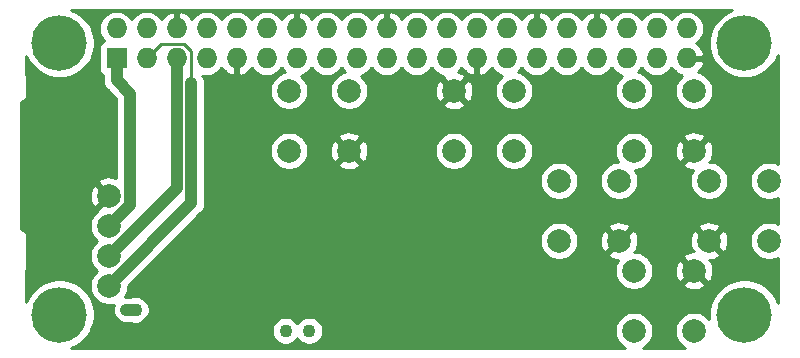
<source format=gtl>
G04 #@! TF.GenerationSoftware,KiCad,Pcbnew,5.1.4*
G04 #@! TF.CreationDate,2019-11-17T07:58:24+01:00*
G04 #@! TF.ProjectId,anavi-play-phat,616e6176-692d-4706-9c61-792d70686174,rev?*
G04 #@! TF.SameCoordinates,Original*
G04 #@! TF.FileFunction,Copper,L1,Top*
G04 #@! TF.FilePolarity,Positive*
%FSLAX46Y46*%
G04 Gerber Fmt 4.6, Leading zero omitted, Abs format (unit mm)*
G04 Created by KiCad (PCBNEW 5.1.4) date 2019-11-17 07:58:24*
%MOMM*%
%LPD*%
G04 APERTURE LIST*
%ADD10C,2.000000*%
%ADD11R,1.727200X1.727200*%
%ADD12O,1.727200X1.727200*%
%ADD13C,4.700000*%
%ADD14C,1.100000*%
%ADD15C,1.000000*%
%ADD16C,0.500000*%
%ADD17C,0.254000*%
G04 APERTURE END LIST*
D10*
X205740000Y-102870000D03*
X200660000Y-97790000D03*
X200660000Y-102870000D03*
X205740000Y-97790000D03*
X207010000Y-90170000D03*
X212090000Y-95250000D03*
X212090000Y-90170000D03*
X207010000Y-95250000D03*
X190500000Y-82550000D03*
X185420000Y-87630000D03*
X190500000Y-87630000D03*
X185420000Y-82550000D03*
X194310000Y-95250000D03*
X199390000Y-90170000D03*
X194310000Y-90170000D03*
X199390000Y-95250000D03*
X200660000Y-87630000D03*
X205740000Y-82550000D03*
X200660000Y-82550000D03*
X205740000Y-87630000D03*
X171450000Y-87630000D03*
X176530000Y-82550000D03*
X171450000Y-82550000D03*
X176530000Y-87630000D03*
X156210000Y-99060000D03*
X156210000Y-96520000D03*
X156210000Y-93980000D03*
X156210000Y-91440000D03*
D11*
X156850000Y-79800000D03*
D12*
X156850000Y-77260000D03*
X159390000Y-79800000D03*
X159390000Y-77260000D03*
X161930000Y-79800000D03*
X161930000Y-77260000D03*
X164470000Y-79800000D03*
X164470000Y-77260000D03*
X167010000Y-79800000D03*
X167010000Y-77260000D03*
X169550000Y-79800000D03*
X169550000Y-77260000D03*
X172090000Y-79800000D03*
X172090000Y-77260000D03*
X174630000Y-79800000D03*
X174630000Y-77260000D03*
X177170000Y-79800000D03*
X177170000Y-77260000D03*
X179710000Y-79800000D03*
X179710000Y-77260000D03*
X182250000Y-79800000D03*
X182250000Y-77260000D03*
X184790000Y-79800000D03*
X184790000Y-77260000D03*
X187330000Y-79800000D03*
X187330000Y-77260000D03*
X189870000Y-79800000D03*
X189870000Y-77260000D03*
X192410000Y-79800000D03*
X192410000Y-77260000D03*
X194950000Y-79800000D03*
X194950000Y-77260000D03*
X197490000Y-79800000D03*
X197490000Y-77260000D03*
X200030000Y-79800000D03*
X200030000Y-77260000D03*
X202570000Y-79800000D03*
X202570000Y-77260000D03*
X205110000Y-79800000D03*
X205110000Y-77260000D03*
D13*
X152000000Y-78500000D03*
X210000000Y-78500000D03*
X210000000Y-101500000D03*
X152000000Y-101500000D03*
D14*
X171150000Y-102870000D03*
X173160000Y-102870000D03*
X158450000Y-102870000D03*
X158450000Y-101100000D03*
D15*
X157672183Y-101100000D02*
X158450000Y-101100000D01*
D16*
X177165000Y-79756000D02*
X177170000Y-79800000D01*
X160020000Y-100330000D02*
X162560000Y-100330000D01*
X162560000Y-101600000D02*
X162560000Y-100330000D01*
X162560000Y-100330000D02*
X163830000Y-100330000D01*
X163830000Y-100330000D02*
X165100000Y-100330000D01*
X162560000Y-102870000D02*
X162560000Y-100330000D01*
X162560000Y-100330000D02*
X162560000Y-99060000D01*
X162560000Y-99060000D02*
X162560000Y-97790000D01*
X162560000Y-100330000D02*
X161290000Y-99060000D01*
X161290000Y-101600000D02*
X162560000Y-100330000D01*
X162560000Y-100330000D02*
X163830000Y-99060000D01*
X162560000Y-100330000D02*
X163830000Y-101600000D01*
X158450000Y-102870000D02*
X161290000Y-102870000D01*
X157480000Y-102870000D02*
X158450000Y-102870000D01*
X158450000Y-102870000D02*
X158450000Y-103840000D01*
X159720000Y-101600000D02*
X158450000Y-102870000D01*
X157480000Y-103840000D02*
X158450000Y-102870000D01*
X158450000Y-102870000D02*
X159720000Y-104140000D01*
D15*
X156210000Y-93980000D02*
X157964001Y-92225999D01*
X156850000Y-81663600D02*
X156850000Y-79800000D01*
X157964001Y-82777601D02*
X156850000Y-81663600D01*
X157964001Y-92225999D02*
X157964001Y-82777601D01*
D16*
X156850000Y-77260000D02*
X156845000Y-77216000D01*
X169545000Y-79756000D02*
X169550000Y-79800000D01*
X202140000Y-79800000D02*
X202570000Y-79800000D01*
D17*
X164470000Y-77260000D02*
X164470000Y-77274500D01*
X164470000Y-77260000D02*
X164760000Y-77260000D01*
X167010000Y-77260000D02*
X167010000Y-77528500D01*
X167010000Y-77260000D02*
X167310000Y-77260000D01*
D16*
X189870000Y-79800000D02*
X189909000Y-79800000D01*
X189865000Y-80137000D02*
X189865000Y-79756000D01*
X189865000Y-79756000D02*
X189870000Y-79800000D01*
X189870000Y-77260000D02*
X189870000Y-76830000D01*
X159390000Y-79800000D02*
X159390000Y-80386000D01*
X159385000Y-79756000D02*
X159390000Y-79800000D01*
D15*
X163184010Y-92085990D02*
X163184010Y-91319427D01*
X156210000Y-99060000D02*
X163184010Y-92085990D01*
X163184010Y-91319427D02*
X163184010Y-81927142D01*
D17*
X160634601Y-78555399D02*
X160253599Y-78936401D01*
X160253599Y-78936401D02*
X159390000Y-79800000D01*
X162527409Y-78555399D02*
X160634601Y-78555399D01*
X163184010Y-79212000D02*
X162527409Y-78555399D01*
X163184010Y-81927142D02*
X163184010Y-79212000D01*
D15*
X161930000Y-90800000D02*
X161930000Y-79800000D01*
X156210000Y-96520000D02*
X161930000Y-90800000D01*
D17*
G36*
X208586072Y-75854727D02*
G01*
X208097174Y-76181399D01*
X207681399Y-76597174D01*
X207354727Y-77086072D01*
X207129712Y-77629308D01*
X207015000Y-78206003D01*
X207015000Y-78793997D01*
X207129712Y-79370692D01*
X207354727Y-79913928D01*
X207681399Y-80402826D01*
X208097174Y-80818601D01*
X208586072Y-81145273D01*
X209129308Y-81370288D01*
X209706003Y-81485000D01*
X210293997Y-81485000D01*
X210870692Y-81370288D01*
X211413928Y-81145273D01*
X211902826Y-80818601D01*
X212318601Y-80402826D01*
X212645273Y-79913928D01*
X212816100Y-79501514D01*
X212816100Y-88701050D01*
X212566912Y-88597832D01*
X212251033Y-88535000D01*
X211928967Y-88535000D01*
X211613088Y-88597832D01*
X211315537Y-88721082D01*
X211047748Y-88900013D01*
X210820013Y-89127748D01*
X210641082Y-89395537D01*
X210517832Y-89693088D01*
X210455000Y-90008967D01*
X210455000Y-90331033D01*
X210517832Y-90646912D01*
X210641082Y-90944463D01*
X210820013Y-91212252D01*
X211047748Y-91439987D01*
X211315537Y-91618918D01*
X211613088Y-91742168D01*
X211928967Y-91805000D01*
X212251033Y-91805000D01*
X212566912Y-91742168D01*
X212816101Y-91638950D01*
X212816101Y-93781050D01*
X212566912Y-93677832D01*
X212251033Y-93615000D01*
X211928967Y-93615000D01*
X211613088Y-93677832D01*
X211315537Y-93801082D01*
X211047748Y-93980013D01*
X210820013Y-94207748D01*
X210641082Y-94475537D01*
X210517832Y-94773088D01*
X210455000Y-95088967D01*
X210455000Y-95411033D01*
X210517832Y-95726912D01*
X210641082Y-96024463D01*
X210820013Y-96292252D01*
X211047748Y-96519987D01*
X211315537Y-96698918D01*
X211613088Y-96822168D01*
X211928967Y-96885000D01*
X212251033Y-96885000D01*
X212566912Y-96822168D01*
X212816101Y-96718950D01*
X212816101Y-100498488D01*
X212645273Y-100086072D01*
X212318601Y-99597174D01*
X211902826Y-99181399D01*
X211413928Y-98854727D01*
X210870692Y-98629712D01*
X210293997Y-98515000D01*
X209706003Y-98515000D01*
X209129308Y-98629712D01*
X208586072Y-98854727D01*
X208097174Y-99181399D01*
X207681399Y-99597174D01*
X207354727Y-100086072D01*
X207129712Y-100629308D01*
X207015000Y-101206003D01*
X207015000Y-101793997D01*
X207026684Y-101852737D01*
X207009987Y-101827748D01*
X206782252Y-101600013D01*
X206514463Y-101421082D01*
X206216912Y-101297832D01*
X205901033Y-101235000D01*
X205578967Y-101235000D01*
X205263088Y-101297832D01*
X204965537Y-101421082D01*
X204697748Y-101600013D01*
X204470013Y-101827748D01*
X204291082Y-102095537D01*
X204167832Y-102393088D01*
X204105000Y-102708967D01*
X204105000Y-103031033D01*
X204167832Y-103346912D01*
X204291082Y-103644463D01*
X204470013Y-103912252D01*
X204697748Y-104139987D01*
X204965061Y-104318600D01*
X201434939Y-104318600D01*
X201702252Y-104139987D01*
X201929987Y-103912252D01*
X202108918Y-103644463D01*
X202232168Y-103346912D01*
X202295000Y-103031033D01*
X202295000Y-102708967D01*
X202232168Y-102393088D01*
X202108918Y-102095537D01*
X201929987Y-101827748D01*
X201702252Y-101600013D01*
X201434463Y-101421082D01*
X201136912Y-101297832D01*
X200821033Y-101235000D01*
X200498967Y-101235000D01*
X200183088Y-101297832D01*
X199885537Y-101421082D01*
X199617748Y-101600013D01*
X199390013Y-101827748D01*
X199211082Y-102095537D01*
X199087832Y-102393088D01*
X199025000Y-102708967D01*
X199025000Y-103031033D01*
X199087832Y-103346912D01*
X199211082Y-103644463D01*
X199390013Y-103912252D01*
X199617748Y-104139987D01*
X199885061Y-104318600D01*
X152995478Y-104318600D01*
X153413928Y-104145273D01*
X153902826Y-103818601D01*
X154318601Y-103402826D01*
X154645273Y-102913928D01*
X154711812Y-102753288D01*
X169965000Y-102753288D01*
X169965000Y-102986712D01*
X170010539Y-103215652D01*
X170099866Y-103431308D01*
X170229550Y-103625394D01*
X170394606Y-103790450D01*
X170588692Y-103920134D01*
X170804348Y-104009461D01*
X171033288Y-104055000D01*
X171266712Y-104055000D01*
X171495652Y-104009461D01*
X171711308Y-103920134D01*
X171905394Y-103790450D01*
X172070450Y-103625394D01*
X172155000Y-103498856D01*
X172239550Y-103625394D01*
X172404606Y-103790450D01*
X172598692Y-103920134D01*
X172814348Y-104009461D01*
X173043288Y-104055000D01*
X173276712Y-104055000D01*
X173505652Y-104009461D01*
X173721308Y-103920134D01*
X173915394Y-103790450D01*
X174080450Y-103625394D01*
X174210134Y-103431308D01*
X174299461Y-103215652D01*
X174345000Y-102986712D01*
X174345000Y-102753288D01*
X174299461Y-102524348D01*
X174210134Y-102308692D01*
X174080450Y-102114606D01*
X173915394Y-101949550D01*
X173721308Y-101819866D01*
X173505652Y-101730539D01*
X173276712Y-101685000D01*
X173043288Y-101685000D01*
X172814348Y-101730539D01*
X172598692Y-101819866D01*
X172404606Y-101949550D01*
X172239550Y-102114606D01*
X172155000Y-102241144D01*
X172070450Y-102114606D01*
X171905394Y-101949550D01*
X171711308Y-101819866D01*
X171495652Y-101730539D01*
X171266712Y-101685000D01*
X171033288Y-101685000D01*
X170804348Y-101730539D01*
X170588692Y-101819866D01*
X170394606Y-101949550D01*
X170229550Y-102114606D01*
X170099866Y-102308692D01*
X170010539Y-102524348D01*
X169965000Y-102753288D01*
X154711812Y-102753288D01*
X154870288Y-102370692D01*
X154985000Y-101793997D01*
X154985000Y-101206003D01*
X154870288Y-100629308D01*
X154645273Y-100086072D01*
X154318601Y-99597174D01*
X153902826Y-99181399D01*
X153413928Y-98854727D01*
X152870692Y-98629712D01*
X152293997Y-98515000D01*
X151706003Y-98515000D01*
X151129308Y-98629712D01*
X150586072Y-98854727D01*
X150097174Y-99181399D01*
X149681399Y-99597174D01*
X149354727Y-100086072D01*
X149205647Y-100445985D01*
X149274579Y-94937925D01*
X149278314Y-94900000D01*
X149272117Y-94837083D01*
X149266715Y-94774176D01*
X149265512Y-94770025D01*
X149265088Y-94765717D01*
X149246733Y-94705210D01*
X149229165Y-94644573D01*
X149227176Y-94640736D01*
X149225919Y-94636594D01*
X149196104Y-94580813D01*
X149167052Y-94524786D01*
X149164354Y-94521413D01*
X149162312Y-94517593D01*
X149122184Y-94468698D01*
X149082763Y-94419418D01*
X149079457Y-94416635D01*
X149076711Y-94413289D01*
X149027821Y-94373165D01*
X148979538Y-94332519D01*
X148975755Y-94330436D01*
X148972407Y-94327688D01*
X148916612Y-94297865D01*
X148861343Y-94267428D01*
X148857225Y-94266122D01*
X148853406Y-94264081D01*
X148792877Y-94245720D01*
X148732720Y-94226646D01*
X148728426Y-94226169D01*
X148724283Y-94224912D01*
X148717000Y-94224195D01*
X148717000Y-93818967D01*
X154575000Y-93818967D01*
X154575000Y-94141033D01*
X154637832Y-94456912D01*
X154761082Y-94754463D01*
X154940013Y-95022252D01*
X155167748Y-95249987D01*
X155167767Y-95250000D01*
X155167748Y-95250013D01*
X154940013Y-95477748D01*
X154761082Y-95745537D01*
X154637832Y-96043088D01*
X154575000Y-96358967D01*
X154575000Y-96681033D01*
X154637832Y-96996912D01*
X154761082Y-97294463D01*
X154940013Y-97562252D01*
X155167748Y-97789987D01*
X155167767Y-97790000D01*
X155167748Y-97790013D01*
X154940013Y-98017748D01*
X154761082Y-98285537D01*
X154637832Y-98583088D01*
X154575000Y-98898967D01*
X154575000Y-99221033D01*
X154637832Y-99536912D01*
X154761082Y-99834463D01*
X154940013Y-100102252D01*
X155167748Y-100329987D01*
X155435537Y-100508918D01*
X155733088Y-100632168D01*
X156048967Y-100695000D01*
X156371033Y-100695000D01*
X156629140Y-100643659D01*
X156618507Y-100663553D01*
X156553606Y-100877501D01*
X156531692Y-101100000D01*
X156553606Y-101322499D01*
X156618507Y-101536447D01*
X156723899Y-101733623D01*
X156865734Y-101906449D01*
X157038560Y-102048284D01*
X157235736Y-102153676D01*
X157449684Y-102218577D01*
X157616431Y-102235000D01*
X158093578Y-102235000D01*
X158104348Y-102239461D01*
X158333288Y-102285000D01*
X158566712Y-102285000D01*
X158795652Y-102239461D01*
X159011308Y-102150134D01*
X159205394Y-102020450D01*
X159370450Y-101855394D01*
X159500134Y-101661308D01*
X159589461Y-101445652D01*
X159635000Y-101216712D01*
X159635000Y-100983288D01*
X159589461Y-100754348D01*
X159500134Y-100538692D01*
X159370450Y-100344606D01*
X159205394Y-100179550D01*
X159011308Y-100049866D01*
X158795652Y-99960539D01*
X158566712Y-99915000D01*
X158333288Y-99915000D01*
X158104348Y-99960539D01*
X158093578Y-99965000D01*
X157616431Y-99965000D01*
X157568545Y-99969716D01*
X157658918Y-99834463D01*
X157782168Y-99536912D01*
X157845000Y-99221033D01*
X157845000Y-99030131D01*
X161786165Y-95088967D01*
X192675000Y-95088967D01*
X192675000Y-95411033D01*
X192737832Y-95726912D01*
X192861082Y-96024463D01*
X193040013Y-96292252D01*
X193267748Y-96519987D01*
X193535537Y-96698918D01*
X193833088Y-96822168D01*
X194148967Y-96885000D01*
X194471033Y-96885000D01*
X194786912Y-96822168D01*
X195084463Y-96698918D01*
X195352252Y-96519987D01*
X195486826Y-96385413D01*
X198434192Y-96385413D01*
X198529956Y-96649814D01*
X198819571Y-96790704D01*
X199131108Y-96872384D01*
X199299949Y-96882538D01*
X199211082Y-97015537D01*
X199087832Y-97313088D01*
X199025000Y-97628967D01*
X199025000Y-97951033D01*
X199087832Y-98266912D01*
X199211082Y-98564463D01*
X199390013Y-98832252D01*
X199617748Y-99059987D01*
X199885537Y-99238918D01*
X200183088Y-99362168D01*
X200498967Y-99425000D01*
X200821033Y-99425000D01*
X201136912Y-99362168D01*
X201434463Y-99238918D01*
X201702252Y-99059987D01*
X201836826Y-98925413D01*
X204784192Y-98925413D01*
X204879956Y-99189814D01*
X205169571Y-99330704D01*
X205481108Y-99412384D01*
X205802595Y-99431718D01*
X206121675Y-99387961D01*
X206426088Y-99282795D01*
X206600044Y-99189814D01*
X206695808Y-98925413D01*
X205740000Y-97969605D01*
X204784192Y-98925413D01*
X201836826Y-98925413D01*
X201929987Y-98832252D01*
X202108918Y-98564463D01*
X202232168Y-98266912D01*
X202295000Y-97951033D01*
X202295000Y-97852595D01*
X204098282Y-97852595D01*
X204142039Y-98171675D01*
X204247205Y-98476088D01*
X204340186Y-98650044D01*
X204604587Y-98745808D01*
X205560395Y-97790000D01*
X204604587Y-96834192D01*
X204340186Y-96929956D01*
X204199296Y-97219571D01*
X204117616Y-97531108D01*
X204098282Y-97852595D01*
X202295000Y-97852595D01*
X202295000Y-97628967D01*
X202232168Y-97313088D01*
X202108918Y-97015537D01*
X201929987Y-96747748D01*
X201836826Y-96654587D01*
X204784192Y-96654587D01*
X205740000Y-97610395D01*
X205754143Y-97596253D01*
X205933748Y-97775858D01*
X205919605Y-97790000D01*
X206875413Y-98745808D01*
X207139814Y-98650044D01*
X207280704Y-98360429D01*
X207362384Y-98048892D01*
X207381718Y-97727405D01*
X207337961Y-97408325D01*
X207232795Y-97103912D01*
X207139814Y-96929956D01*
X207026604Y-96888952D01*
X207072595Y-96891718D01*
X207391675Y-96847961D01*
X207696088Y-96742795D01*
X207870044Y-96649814D01*
X207965808Y-96385413D01*
X207010000Y-95429605D01*
X206995858Y-95443748D01*
X206816253Y-95264143D01*
X206830395Y-95250000D01*
X207189605Y-95250000D01*
X208145413Y-96205808D01*
X208409814Y-96110044D01*
X208550704Y-95820429D01*
X208632384Y-95508892D01*
X208651718Y-95187405D01*
X208607961Y-94868325D01*
X208502795Y-94563912D01*
X208409814Y-94389956D01*
X208145413Y-94294192D01*
X207189605Y-95250000D01*
X206830395Y-95250000D01*
X205874587Y-94294192D01*
X205610186Y-94389956D01*
X205469296Y-94679571D01*
X205387616Y-94991108D01*
X205368282Y-95312595D01*
X205412039Y-95631675D01*
X205517205Y-95936088D01*
X205610186Y-96110044D01*
X205723396Y-96151048D01*
X205677405Y-96148282D01*
X205358325Y-96192039D01*
X205053912Y-96297205D01*
X204879956Y-96390186D01*
X204784192Y-96654587D01*
X201836826Y-96654587D01*
X201702252Y-96520013D01*
X201434463Y-96341082D01*
X201136912Y-96217832D01*
X200821033Y-96155000D01*
X200665692Y-96155000D01*
X200789814Y-96110044D01*
X200930704Y-95820429D01*
X201012384Y-95508892D01*
X201031718Y-95187405D01*
X200987961Y-94868325D01*
X200882795Y-94563912D01*
X200789814Y-94389956D01*
X200525413Y-94294192D01*
X199569605Y-95250000D01*
X199583748Y-95264143D01*
X199404143Y-95443748D01*
X199390000Y-95429605D01*
X198434192Y-96385413D01*
X195486826Y-96385413D01*
X195579987Y-96292252D01*
X195758918Y-96024463D01*
X195882168Y-95726912D01*
X195945000Y-95411033D01*
X195945000Y-95312595D01*
X197748282Y-95312595D01*
X197792039Y-95631675D01*
X197897205Y-95936088D01*
X197990186Y-96110044D01*
X198254587Y-96205808D01*
X199210395Y-95250000D01*
X198254587Y-94294192D01*
X197990186Y-94389956D01*
X197849296Y-94679571D01*
X197767616Y-94991108D01*
X197748282Y-95312595D01*
X195945000Y-95312595D01*
X195945000Y-95088967D01*
X195882168Y-94773088D01*
X195758918Y-94475537D01*
X195579987Y-94207748D01*
X195486826Y-94114587D01*
X198434192Y-94114587D01*
X199390000Y-95070395D01*
X200345808Y-94114587D01*
X206054192Y-94114587D01*
X207010000Y-95070395D01*
X207965808Y-94114587D01*
X207870044Y-93850186D01*
X207580429Y-93709296D01*
X207268892Y-93627616D01*
X206947405Y-93608282D01*
X206628325Y-93652039D01*
X206323912Y-93757205D01*
X206149956Y-93850186D01*
X206054192Y-94114587D01*
X200345808Y-94114587D01*
X200250044Y-93850186D01*
X199960429Y-93709296D01*
X199648892Y-93627616D01*
X199327405Y-93608282D01*
X199008325Y-93652039D01*
X198703912Y-93757205D01*
X198529956Y-93850186D01*
X198434192Y-94114587D01*
X195486826Y-94114587D01*
X195352252Y-93980013D01*
X195084463Y-93801082D01*
X194786912Y-93677832D01*
X194471033Y-93615000D01*
X194148967Y-93615000D01*
X193833088Y-93677832D01*
X193535537Y-93801082D01*
X193267748Y-93980013D01*
X193040013Y-94207748D01*
X192861082Y-94475537D01*
X192737832Y-94773088D01*
X192675000Y-95088967D01*
X161786165Y-95088967D01*
X163947156Y-92927977D01*
X163990459Y-92892439D01*
X164033648Y-92839814D01*
X164132294Y-92719613D01*
X164237686Y-92522437D01*
X164302587Y-92308489D01*
X164324501Y-92085990D01*
X164319010Y-92030238D01*
X164319010Y-90008967D01*
X192675000Y-90008967D01*
X192675000Y-90331033D01*
X192737832Y-90646912D01*
X192861082Y-90944463D01*
X193040013Y-91212252D01*
X193267748Y-91439987D01*
X193535537Y-91618918D01*
X193833088Y-91742168D01*
X194148967Y-91805000D01*
X194471033Y-91805000D01*
X194786912Y-91742168D01*
X195084463Y-91618918D01*
X195352252Y-91439987D01*
X195579987Y-91212252D01*
X195758918Y-90944463D01*
X195882168Y-90646912D01*
X195945000Y-90331033D01*
X195945000Y-90008967D01*
X197755000Y-90008967D01*
X197755000Y-90331033D01*
X197817832Y-90646912D01*
X197941082Y-90944463D01*
X198120013Y-91212252D01*
X198347748Y-91439987D01*
X198615537Y-91618918D01*
X198913088Y-91742168D01*
X199228967Y-91805000D01*
X199551033Y-91805000D01*
X199866912Y-91742168D01*
X200164463Y-91618918D01*
X200432252Y-91439987D01*
X200659987Y-91212252D01*
X200838918Y-90944463D01*
X200962168Y-90646912D01*
X201025000Y-90331033D01*
X201025000Y-90008967D01*
X200962168Y-89693088D01*
X200838918Y-89395537D01*
X200751696Y-89265000D01*
X200821033Y-89265000D01*
X201136912Y-89202168D01*
X201434463Y-89078918D01*
X201702252Y-88899987D01*
X201836826Y-88765413D01*
X204784192Y-88765413D01*
X204879956Y-89029814D01*
X205169571Y-89170704D01*
X205481108Y-89252384D01*
X205649949Y-89262538D01*
X205561082Y-89395537D01*
X205437832Y-89693088D01*
X205375000Y-90008967D01*
X205375000Y-90331033D01*
X205437832Y-90646912D01*
X205561082Y-90944463D01*
X205740013Y-91212252D01*
X205967748Y-91439987D01*
X206235537Y-91618918D01*
X206533088Y-91742168D01*
X206848967Y-91805000D01*
X207171033Y-91805000D01*
X207486912Y-91742168D01*
X207784463Y-91618918D01*
X208052252Y-91439987D01*
X208279987Y-91212252D01*
X208458918Y-90944463D01*
X208582168Y-90646912D01*
X208645000Y-90331033D01*
X208645000Y-90008967D01*
X208582168Y-89693088D01*
X208458918Y-89395537D01*
X208279987Y-89127748D01*
X208052252Y-88900013D01*
X207784463Y-88721082D01*
X207486912Y-88597832D01*
X207171033Y-88535000D01*
X207015692Y-88535000D01*
X207139814Y-88490044D01*
X207280704Y-88200429D01*
X207362384Y-87888892D01*
X207381718Y-87567405D01*
X207337961Y-87248325D01*
X207232795Y-86943912D01*
X207139814Y-86769956D01*
X206875413Y-86674192D01*
X205919605Y-87630000D01*
X205933748Y-87644143D01*
X205754143Y-87823748D01*
X205740000Y-87809605D01*
X204784192Y-88765413D01*
X201836826Y-88765413D01*
X201929987Y-88672252D01*
X202108918Y-88404463D01*
X202232168Y-88106912D01*
X202295000Y-87791033D01*
X202295000Y-87692595D01*
X204098282Y-87692595D01*
X204142039Y-88011675D01*
X204247205Y-88316088D01*
X204340186Y-88490044D01*
X204604587Y-88585808D01*
X205560395Y-87630000D01*
X204604587Y-86674192D01*
X204340186Y-86769956D01*
X204199296Y-87059571D01*
X204117616Y-87371108D01*
X204098282Y-87692595D01*
X202295000Y-87692595D01*
X202295000Y-87468967D01*
X202232168Y-87153088D01*
X202108918Y-86855537D01*
X201929987Y-86587748D01*
X201836826Y-86494587D01*
X204784192Y-86494587D01*
X205740000Y-87450395D01*
X206695808Y-86494587D01*
X206600044Y-86230186D01*
X206310429Y-86089296D01*
X205998892Y-86007616D01*
X205677405Y-85988282D01*
X205358325Y-86032039D01*
X205053912Y-86137205D01*
X204879956Y-86230186D01*
X204784192Y-86494587D01*
X201836826Y-86494587D01*
X201702252Y-86360013D01*
X201434463Y-86181082D01*
X201136912Y-86057832D01*
X200821033Y-85995000D01*
X200498967Y-85995000D01*
X200183088Y-86057832D01*
X199885537Y-86181082D01*
X199617748Y-86360013D01*
X199390013Y-86587748D01*
X199211082Y-86855537D01*
X199087832Y-87153088D01*
X199025000Y-87468967D01*
X199025000Y-87791033D01*
X199087832Y-88106912D01*
X199211082Y-88404463D01*
X199298304Y-88535000D01*
X199228967Y-88535000D01*
X198913088Y-88597832D01*
X198615537Y-88721082D01*
X198347748Y-88900013D01*
X198120013Y-89127748D01*
X197941082Y-89395537D01*
X197817832Y-89693088D01*
X197755000Y-90008967D01*
X195945000Y-90008967D01*
X195882168Y-89693088D01*
X195758918Y-89395537D01*
X195579987Y-89127748D01*
X195352252Y-88900013D01*
X195084463Y-88721082D01*
X194786912Y-88597832D01*
X194471033Y-88535000D01*
X194148967Y-88535000D01*
X193833088Y-88597832D01*
X193535537Y-88721082D01*
X193267748Y-88900013D01*
X193040013Y-89127748D01*
X192861082Y-89395537D01*
X192737832Y-89693088D01*
X192675000Y-90008967D01*
X164319010Y-90008967D01*
X164319010Y-87468967D01*
X169815000Y-87468967D01*
X169815000Y-87791033D01*
X169877832Y-88106912D01*
X170001082Y-88404463D01*
X170180013Y-88672252D01*
X170407748Y-88899987D01*
X170675537Y-89078918D01*
X170973088Y-89202168D01*
X171288967Y-89265000D01*
X171611033Y-89265000D01*
X171926912Y-89202168D01*
X172224463Y-89078918D01*
X172492252Y-88899987D01*
X172626826Y-88765413D01*
X175574192Y-88765413D01*
X175669956Y-89029814D01*
X175959571Y-89170704D01*
X176271108Y-89252384D01*
X176592595Y-89271718D01*
X176911675Y-89227961D01*
X177216088Y-89122795D01*
X177390044Y-89029814D01*
X177485808Y-88765413D01*
X176530000Y-87809605D01*
X175574192Y-88765413D01*
X172626826Y-88765413D01*
X172719987Y-88672252D01*
X172898918Y-88404463D01*
X173022168Y-88106912D01*
X173085000Y-87791033D01*
X173085000Y-87692595D01*
X174888282Y-87692595D01*
X174932039Y-88011675D01*
X175037205Y-88316088D01*
X175130186Y-88490044D01*
X175394587Y-88585808D01*
X176350395Y-87630000D01*
X176709605Y-87630000D01*
X177665413Y-88585808D01*
X177929814Y-88490044D01*
X178070704Y-88200429D01*
X178152384Y-87888892D01*
X178171718Y-87567405D01*
X178158219Y-87468967D01*
X183785000Y-87468967D01*
X183785000Y-87791033D01*
X183847832Y-88106912D01*
X183971082Y-88404463D01*
X184150013Y-88672252D01*
X184377748Y-88899987D01*
X184645537Y-89078918D01*
X184943088Y-89202168D01*
X185258967Y-89265000D01*
X185581033Y-89265000D01*
X185896912Y-89202168D01*
X186194463Y-89078918D01*
X186462252Y-88899987D01*
X186689987Y-88672252D01*
X186868918Y-88404463D01*
X186992168Y-88106912D01*
X187055000Y-87791033D01*
X187055000Y-87468967D01*
X188865000Y-87468967D01*
X188865000Y-87791033D01*
X188927832Y-88106912D01*
X189051082Y-88404463D01*
X189230013Y-88672252D01*
X189457748Y-88899987D01*
X189725537Y-89078918D01*
X190023088Y-89202168D01*
X190338967Y-89265000D01*
X190661033Y-89265000D01*
X190976912Y-89202168D01*
X191274463Y-89078918D01*
X191542252Y-88899987D01*
X191769987Y-88672252D01*
X191948918Y-88404463D01*
X192072168Y-88106912D01*
X192135000Y-87791033D01*
X192135000Y-87468967D01*
X192072168Y-87153088D01*
X191948918Y-86855537D01*
X191769987Y-86587748D01*
X191542252Y-86360013D01*
X191274463Y-86181082D01*
X190976912Y-86057832D01*
X190661033Y-85995000D01*
X190338967Y-85995000D01*
X190023088Y-86057832D01*
X189725537Y-86181082D01*
X189457748Y-86360013D01*
X189230013Y-86587748D01*
X189051082Y-86855537D01*
X188927832Y-87153088D01*
X188865000Y-87468967D01*
X187055000Y-87468967D01*
X186992168Y-87153088D01*
X186868918Y-86855537D01*
X186689987Y-86587748D01*
X186462252Y-86360013D01*
X186194463Y-86181082D01*
X185896912Y-86057832D01*
X185581033Y-85995000D01*
X185258967Y-85995000D01*
X184943088Y-86057832D01*
X184645537Y-86181082D01*
X184377748Y-86360013D01*
X184150013Y-86587748D01*
X183971082Y-86855537D01*
X183847832Y-87153088D01*
X183785000Y-87468967D01*
X178158219Y-87468967D01*
X178127961Y-87248325D01*
X178022795Y-86943912D01*
X177929814Y-86769956D01*
X177665413Y-86674192D01*
X176709605Y-87630000D01*
X176350395Y-87630000D01*
X175394587Y-86674192D01*
X175130186Y-86769956D01*
X174989296Y-87059571D01*
X174907616Y-87371108D01*
X174888282Y-87692595D01*
X173085000Y-87692595D01*
X173085000Y-87468967D01*
X173022168Y-87153088D01*
X172898918Y-86855537D01*
X172719987Y-86587748D01*
X172626826Y-86494587D01*
X175574192Y-86494587D01*
X176530000Y-87450395D01*
X177485808Y-86494587D01*
X177390044Y-86230186D01*
X177100429Y-86089296D01*
X176788892Y-86007616D01*
X176467405Y-85988282D01*
X176148325Y-86032039D01*
X175843912Y-86137205D01*
X175669956Y-86230186D01*
X175574192Y-86494587D01*
X172626826Y-86494587D01*
X172492252Y-86360013D01*
X172224463Y-86181082D01*
X171926912Y-86057832D01*
X171611033Y-85995000D01*
X171288967Y-85995000D01*
X170973088Y-86057832D01*
X170675537Y-86181082D01*
X170407748Y-86360013D01*
X170180013Y-86587748D01*
X170001082Y-86855537D01*
X169877832Y-87153088D01*
X169815000Y-87468967D01*
X164319010Y-87468967D01*
X164319010Y-81871390D01*
X164302587Y-81704643D01*
X164237686Y-81490695D01*
X164132294Y-81293519D01*
X164099591Y-81253670D01*
X164176223Y-81276916D01*
X164396381Y-81298600D01*
X164543619Y-81298600D01*
X164763777Y-81276916D01*
X165046264Y-81191225D01*
X165306606Y-81052069D01*
X165534797Y-80864797D01*
X165722069Y-80636606D01*
X165745863Y-80592090D01*
X165803183Y-80688488D01*
X165999707Y-80906854D01*
X166235056Y-81082684D01*
X166500186Y-81209222D01*
X166650974Y-81254958D01*
X166883000Y-81133817D01*
X166883000Y-79927000D01*
X166863000Y-79927000D01*
X166863000Y-79673000D01*
X166883000Y-79673000D01*
X166883000Y-79653000D01*
X167137000Y-79653000D01*
X167137000Y-79673000D01*
X167157000Y-79673000D01*
X167157000Y-79927000D01*
X167137000Y-79927000D01*
X167137000Y-81133817D01*
X167369026Y-81254958D01*
X167519814Y-81209222D01*
X167784944Y-81082684D01*
X168020293Y-80906854D01*
X168216817Y-80688488D01*
X168274137Y-80592090D01*
X168297931Y-80636606D01*
X168485203Y-80864797D01*
X168713394Y-81052069D01*
X168973736Y-81191225D01*
X169256223Y-81276916D01*
X169476381Y-81298600D01*
X169623619Y-81298600D01*
X169843777Y-81276916D01*
X170126264Y-81191225D01*
X170386606Y-81052069D01*
X170614797Y-80864797D01*
X170802069Y-80636606D01*
X170820000Y-80603060D01*
X170837931Y-80636606D01*
X171025203Y-80864797D01*
X171125899Y-80947436D01*
X170973088Y-80977832D01*
X170675537Y-81101082D01*
X170407748Y-81280013D01*
X170180013Y-81507748D01*
X170001082Y-81775537D01*
X169877832Y-82073088D01*
X169815000Y-82388967D01*
X169815000Y-82711033D01*
X169877832Y-83026912D01*
X170001082Y-83324463D01*
X170180013Y-83592252D01*
X170407748Y-83819987D01*
X170675537Y-83998918D01*
X170973088Y-84122168D01*
X171288967Y-84185000D01*
X171611033Y-84185000D01*
X171926912Y-84122168D01*
X172224463Y-83998918D01*
X172492252Y-83819987D01*
X172719987Y-83592252D01*
X172898918Y-83324463D01*
X173022168Y-83026912D01*
X173085000Y-82711033D01*
X173085000Y-82388967D01*
X173022168Y-82073088D01*
X172898918Y-81775537D01*
X172719987Y-81507748D01*
X172492252Y-81280013D01*
X172455194Y-81255252D01*
X172666264Y-81191225D01*
X172926606Y-81052069D01*
X173154797Y-80864797D01*
X173342069Y-80636606D01*
X173360000Y-80603060D01*
X173377931Y-80636606D01*
X173565203Y-80864797D01*
X173793394Y-81052069D01*
X174053736Y-81191225D01*
X174336223Y-81276916D01*
X174556381Y-81298600D01*
X174703619Y-81298600D01*
X174923777Y-81276916D01*
X175206264Y-81191225D01*
X175466606Y-81052069D01*
X175694797Y-80864797D01*
X175882069Y-80636606D01*
X175900000Y-80603060D01*
X175917931Y-80636606D01*
X176105203Y-80864797D01*
X176205899Y-80947436D01*
X176053088Y-80977832D01*
X175755537Y-81101082D01*
X175487748Y-81280013D01*
X175260013Y-81507748D01*
X175081082Y-81775537D01*
X174957832Y-82073088D01*
X174895000Y-82388967D01*
X174895000Y-82711033D01*
X174957832Y-83026912D01*
X175081082Y-83324463D01*
X175260013Y-83592252D01*
X175487748Y-83819987D01*
X175755537Y-83998918D01*
X176053088Y-84122168D01*
X176368967Y-84185000D01*
X176691033Y-84185000D01*
X177006912Y-84122168D01*
X177304463Y-83998918D01*
X177572252Y-83819987D01*
X177706826Y-83685413D01*
X184464192Y-83685413D01*
X184559956Y-83949814D01*
X184849571Y-84090704D01*
X185161108Y-84172384D01*
X185482595Y-84191718D01*
X185801675Y-84147961D01*
X186106088Y-84042795D01*
X186280044Y-83949814D01*
X186375808Y-83685413D01*
X185420000Y-82729605D01*
X184464192Y-83685413D01*
X177706826Y-83685413D01*
X177799987Y-83592252D01*
X177978918Y-83324463D01*
X178102168Y-83026912D01*
X178165000Y-82711033D01*
X178165000Y-82612595D01*
X183778282Y-82612595D01*
X183822039Y-82931675D01*
X183927205Y-83236088D01*
X184020186Y-83410044D01*
X184284587Y-83505808D01*
X185240395Y-82550000D01*
X185599605Y-82550000D01*
X186555413Y-83505808D01*
X186819814Y-83410044D01*
X186960704Y-83120429D01*
X187042384Y-82808892D01*
X187061718Y-82487405D01*
X187017961Y-82168325D01*
X186912795Y-81863912D01*
X186819814Y-81689956D01*
X186555413Y-81594192D01*
X185599605Y-82550000D01*
X185240395Y-82550000D01*
X184284587Y-81594192D01*
X184020186Y-81689956D01*
X183879296Y-81979571D01*
X183797616Y-82291108D01*
X183778282Y-82612595D01*
X178165000Y-82612595D01*
X178165000Y-82388967D01*
X178102168Y-82073088D01*
X177978918Y-81775537D01*
X177799987Y-81507748D01*
X177572252Y-81280013D01*
X177535194Y-81255252D01*
X177746264Y-81191225D01*
X178006606Y-81052069D01*
X178234797Y-80864797D01*
X178422069Y-80636606D01*
X178440000Y-80603060D01*
X178457931Y-80636606D01*
X178645203Y-80864797D01*
X178873394Y-81052069D01*
X179133736Y-81191225D01*
X179416223Y-81276916D01*
X179636381Y-81298600D01*
X179783619Y-81298600D01*
X180003777Y-81276916D01*
X180286264Y-81191225D01*
X180546606Y-81052069D01*
X180774797Y-80864797D01*
X180962069Y-80636606D01*
X180980000Y-80603060D01*
X180997931Y-80636606D01*
X181185203Y-80864797D01*
X181413394Y-81052069D01*
X181673736Y-81191225D01*
X181956223Y-81276916D01*
X182176381Y-81298600D01*
X182323619Y-81298600D01*
X182543777Y-81276916D01*
X182826264Y-81191225D01*
X183086606Y-81052069D01*
X183314797Y-80864797D01*
X183502069Y-80636606D01*
X183520000Y-80603060D01*
X183537931Y-80636606D01*
X183725203Y-80864797D01*
X183953394Y-81052069D01*
X184213736Y-81191225D01*
X184496223Y-81276916D01*
X184513441Y-81278612D01*
X184464192Y-81414587D01*
X185420000Y-82370395D01*
X186375808Y-81414587D01*
X186280044Y-81150186D01*
X185990429Y-81009296D01*
X185754195Y-80947359D01*
X185854797Y-80864797D01*
X186042069Y-80636606D01*
X186065863Y-80592090D01*
X186123183Y-80688488D01*
X186319707Y-80906854D01*
X186555056Y-81082684D01*
X186820186Y-81209222D01*
X186970974Y-81254958D01*
X187203000Y-81133817D01*
X187203000Y-79927000D01*
X187183000Y-79927000D01*
X187183000Y-79673000D01*
X187203000Y-79673000D01*
X187203000Y-79653000D01*
X187457000Y-79653000D01*
X187457000Y-79673000D01*
X187477000Y-79673000D01*
X187477000Y-79927000D01*
X187457000Y-79927000D01*
X187457000Y-81133817D01*
X187689026Y-81254958D01*
X187839814Y-81209222D01*
X188104944Y-81082684D01*
X188340293Y-80906854D01*
X188536817Y-80688488D01*
X188594137Y-80592090D01*
X188617931Y-80636606D01*
X188805203Y-80864797D01*
X189033394Y-81052069D01*
X189293736Y-81191225D01*
X189497928Y-81253166D01*
X189457748Y-81280013D01*
X189230013Y-81507748D01*
X189051082Y-81775537D01*
X188927832Y-82073088D01*
X188865000Y-82388967D01*
X188865000Y-82711033D01*
X188927832Y-83026912D01*
X189051082Y-83324463D01*
X189230013Y-83592252D01*
X189457748Y-83819987D01*
X189725537Y-83998918D01*
X190023088Y-84122168D01*
X190338967Y-84185000D01*
X190661033Y-84185000D01*
X190976912Y-84122168D01*
X191274463Y-83998918D01*
X191542252Y-83819987D01*
X191769987Y-83592252D01*
X191948918Y-83324463D01*
X192072168Y-83026912D01*
X192135000Y-82711033D01*
X192135000Y-82388967D01*
X192072168Y-82073088D01*
X191948918Y-81775537D01*
X191769987Y-81507748D01*
X191542252Y-81280013D01*
X191274463Y-81101082D01*
X190976912Y-80977832D01*
X190832150Y-80949037D01*
X190934797Y-80864797D01*
X191122069Y-80636606D01*
X191140000Y-80603060D01*
X191157931Y-80636606D01*
X191345203Y-80864797D01*
X191573394Y-81052069D01*
X191833736Y-81191225D01*
X192116223Y-81276916D01*
X192336381Y-81298600D01*
X192483619Y-81298600D01*
X192703777Y-81276916D01*
X192986264Y-81191225D01*
X193246606Y-81052069D01*
X193474797Y-80864797D01*
X193662069Y-80636606D01*
X193680000Y-80603060D01*
X193697931Y-80636606D01*
X193885203Y-80864797D01*
X194113394Y-81052069D01*
X194373736Y-81191225D01*
X194656223Y-81276916D01*
X194876381Y-81298600D01*
X195023619Y-81298600D01*
X195243777Y-81276916D01*
X195526264Y-81191225D01*
X195786606Y-81052069D01*
X196014797Y-80864797D01*
X196202069Y-80636606D01*
X196220000Y-80603060D01*
X196237931Y-80636606D01*
X196425203Y-80864797D01*
X196653394Y-81052069D01*
X196913736Y-81191225D01*
X197196223Y-81276916D01*
X197416381Y-81298600D01*
X197563619Y-81298600D01*
X197783777Y-81276916D01*
X198066264Y-81191225D01*
X198326606Y-81052069D01*
X198554797Y-80864797D01*
X198742069Y-80636606D01*
X198760000Y-80603060D01*
X198777931Y-80636606D01*
X198965203Y-80864797D01*
X199193394Y-81052069D01*
X199453736Y-81191225D01*
X199657928Y-81253166D01*
X199617748Y-81280013D01*
X199390013Y-81507748D01*
X199211082Y-81775537D01*
X199087832Y-82073088D01*
X199025000Y-82388967D01*
X199025000Y-82711033D01*
X199087832Y-83026912D01*
X199211082Y-83324463D01*
X199390013Y-83592252D01*
X199617748Y-83819987D01*
X199885537Y-83998918D01*
X200183088Y-84122168D01*
X200498967Y-84185000D01*
X200821033Y-84185000D01*
X201136912Y-84122168D01*
X201434463Y-83998918D01*
X201702252Y-83819987D01*
X201929987Y-83592252D01*
X202108918Y-83324463D01*
X202232168Y-83026912D01*
X202295000Y-82711033D01*
X202295000Y-82388967D01*
X202232168Y-82073088D01*
X202108918Y-81775537D01*
X201929987Y-81507748D01*
X201702252Y-81280013D01*
X201434463Y-81101082D01*
X201136912Y-80977832D01*
X200992150Y-80949037D01*
X201094797Y-80864797D01*
X201282069Y-80636606D01*
X201300000Y-80603060D01*
X201317931Y-80636606D01*
X201505203Y-80864797D01*
X201733394Y-81052069D01*
X201993736Y-81191225D01*
X202276223Y-81276916D01*
X202496381Y-81298600D01*
X202643619Y-81298600D01*
X202863777Y-81276916D01*
X203146264Y-81191225D01*
X203406606Y-81052069D01*
X203634797Y-80864797D01*
X203822069Y-80636606D01*
X203845863Y-80592090D01*
X203903183Y-80688488D01*
X204099707Y-80906854D01*
X204335056Y-81082684D01*
X204600186Y-81209222D01*
X204740156Y-81251677D01*
X204697748Y-81280013D01*
X204470013Y-81507748D01*
X204291082Y-81775537D01*
X204167832Y-82073088D01*
X204105000Y-82388967D01*
X204105000Y-82711033D01*
X204167832Y-83026912D01*
X204291082Y-83324463D01*
X204470013Y-83592252D01*
X204697748Y-83819987D01*
X204965537Y-83998918D01*
X205263088Y-84122168D01*
X205578967Y-84185000D01*
X205901033Y-84185000D01*
X206216912Y-84122168D01*
X206514463Y-83998918D01*
X206782252Y-83819987D01*
X207009987Y-83592252D01*
X207188918Y-83324463D01*
X207312168Y-83026912D01*
X207375000Y-82711033D01*
X207375000Y-82388967D01*
X207312168Y-82073088D01*
X207188918Y-81775537D01*
X207009987Y-81507748D01*
X206782252Y-81280013D01*
X206514463Y-81101082D01*
X206216912Y-80977832D01*
X206065580Y-80947730D01*
X206120293Y-80906854D01*
X206316817Y-80688488D01*
X206466964Y-80435978D01*
X206564963Y-80159027D01*
X206444464Y-79927000D01*
X205237000Y-79927000D01*
X205237000Y-79947000D01*
X204983000Y-79947000D01*
X204983000Y-79927000D01*
X204963000Y-79927000D01*
X204963000Y-79673000D01*
X204983000Y-79673000D01*
X204983000Y-79653000D01*
X205237000Y-79653000D01*
X205237000Y-79673000D01*
X206444464Y-79673000D01*
X206564963Y-79440973D01*
X206466964Y-79164022D01*
X206316817Y-78911512D01*
X206120293Y-78693146D01*
X205906567Y-78533470D01*
X205946606Y-78512069D01*
X206174797Y-78324797D01*
X206362069Y-78096606D01*
X206501225Y-77836264D01*
X206586916Y-77553777D01*
X206615851Y-77260000D01*
X206586916Y-76966223D01*
X206501225Y-76683736D01*
X206362069Y-76423394D01*
X206174797Y-76195203D01*
X205946606Y-76007931D01*
X205686264Y-75868775D01*
X205403777Y-75783084D01*
X205183619Y-75761400D01*
X205036381Y-75761400D01*
X204816223Y-75783084D01*
X204533736Y-75868775D01*
X204273394Y-76007931D01*
X204045203Y-76195203D01*
X203857931Y-76423394D01*
X203840000Y-76456940D01*
X203822069Y-76423394D01*
X203634797Y-76195203D01*
X203406606Y-76007931D01*
X203146264Y-75868775D01*
X202863777Y-75783084D01*
X202643619Y-75761400D01*
X202496381Y-75761400D01*
X202276223Y-75783084D01*
X201993736Y-75868775D01*
X201733394Y-76007931D01*
X201505203Y-76195203D01*
X201317931Y-76423394D01*
X201300000Y-76456940D01*
X201282069Y-76423394D01*
X201094797Y-76195203D01*
X200866606Y-76007931D01*
X200606264Y-75868775D01*
X200323777Y-75783084D01*
X200103619Y-75761400D01*
X199956381Y-75761400D01*
X199736223Y-75783084D01*
X199453736Y-75868775D01*
X199193394Y-76007931D01*
X198965203Y-76195203D01*
X198777931Y-76423394D01*
X198754137Y-76467910D01*
X198696817Y-76371512D01*
X198500293Y-76153146D01*
X198264944Y-75977316D01*
X197999814Y-75850778D01*
X197849026Y-75805042D01*
X197617000Y-75926183D01*
X197617000Y-77133000D01*
X197637000Y-77133000D01*
X197637000Y-77387000D01*
X197617000Y-77387000D01*
X197617000Y-77407000D01*
X197363000Y-77407000D01*
X197363000Y-77387000D01*
X197343000Y-77387000D01*
X197343000Y-77133000D01*
X197363000Y-77133000D01*
X197363000Y-75926183D01*
X197130974Y-75805042D01*
X196980186Y-75850778D01*
X196715056Y-75977316D01*
X196479707Y-76153146D01*
X196283183Y-76371512D01*
X196225863Y-76467910D01*
X196202069Y-76423394D01*
X196014797Y-76195203D01*
X195786606Y-76007931D01*
X195526264Y-75868775D01*
X195243777Y-75783084D01*
X195023619Y-75761400D01*
X194876381Y-75761400D01*
X194656223Y-75783084D01*
X194373736Y-75868775D01*
X194113394Y-76007931D01*
X193885203Y-76195203D01*
X193697931Y-76423394D01*
X193674137Y-76467910D01*
X193616817Y-76371512D01*
X193420293Y-76153146D01*
X193184944Y-75977316D01*
X192919814Y-75850778D01*
X192769026Y-75805042D01*
X192537000Y-75926183D01*
X192537000Y-77133000D01*
X192557000Y-77133000D01*
X192557000Y-77387000D01*
X192537000Y-77387000D01*
X192537000Y-77407000D01*
X192283000Y-77407000D01*
X192283000Y-77387000D01*
X192263000Y-77387000D01*
X192263000Y-77133000D01*
X192283000Y-77133000D01*
X192283000Y-75926183D01*
X192050974Y-75805042D01*
X191900186Y-75850778D01*
X191635056Y-75977316D01*
X191399707Y-76153146D01*
X191203183Y-76371512D01*
X191145863Y-76467910D01*
X191122069Y-76423394D01*
X190934797Y-76195203D01*
X190706606Y-76007931D01*
X190446264Y-75868775D01*
X190163777Y-75783084D01*
X189943619Y-75761400D01*
X189796381Y-75761400D01*
X189576223Y-75783084D01*
X189293736Y-75868775D01*
X189033394Y-76007931D01*
X188805203Y-76195203D01*
X188617931Y-76423394D01*
X188600000Y-76456940D01*
X188582069Y-76423394D01*
X188394797Y-76195203D01*
X188166606Y-76007931D01*
X187906264Y-75868775D01*
X187623777Y-75783084D01*
X187403619Y-75761400D01*
X187256381Y-75761400D01*
X187036223Y-75783084D01*
X186753736Y-75868775D01*
X186493394Y-76007931D01*
X186265203Y-76195203D01*
X186077931Y-76423394D01*
X186060000Y-76456940D01*
X186042069Y-76423394D01*
X185854797Y-76195203D01*
X185626606Y-76007931D01*
X185366264Y-75868775D01*
X185083777Y-75783084D01*
X184863619Y-75761400D01*
X184716381Y-75761400D01*
X184496223Y-75783084D01*
X184213736Y-75868775D01*
X183953394Y-76007931D01*
X183725203Y-76195203D01*
X183537931Y-76423394D01*
X183520000Y-76456940D01*
X183502069Y-76423394D01*
X183314797Y-76195203D01*
X183086606Y-76007931D01*
X182826264Y-75868775D01*
X182543777Y-75783084D01*
X182323619Y-75761400D01*
X182176381Y-75761400D01*
X181956223Y-75783084D01*
X181673736Y-75868775D01*
X181413394Y-76007931D01*
X181185203Y-76195203D01*
X180997931Y-76423394D01*
X180974137Y-76467910D01*
X180916817Y-76371512D01*
X180720293Y-76153146D01*
X180484944Y-75977316D01*
X180219814Y-75850778D01*
X180069026Y-75805042D01*
X179837000Y-75926183D01*
X179837000Y-77133000D01*
X179857000Y-77133000D01*
X179857000Y-77387000D01*
X179837000Y-77387000D01*
X179837000Y-77407000D01*
X179583000Y-77407000D01*
X179583000Y-77387000D01*
X179563000Y-77387000D01*
X179563000Y-77133000D01*
X179583000Y-77133000D01*
X179583000Y-75926183D01*
X179350974Y-75805042D01*
X179200186Y-75850778D01*
X178935056Y-75977316D01*
X178699707Y-76153146D01*
X178503183Y-76371512D01*
X178445863Y-76467910D01*
X178422069Y-76423394D01*
X178234797Y-76195203D01*
X178006606Y-76007931D01*
X177746264Y-75868775D01*
X177463777Y-75783084D01*
X177243619Y-75761400D01*
X177096381Y-75761400D01*
X176876223Y-75783084D01*
X176593736Y-75868775D01*
X176333394Y-76007931D01*
X176105203Y-76195203D01*
X175917931Y-76423394D01*
X175900000Y-76456940D01*
X175882069Y-76423394D01*
X175694797Y-76195203D01*
X175466606Y-76007931D01*
X175206264Y-75868775D01*
X174923777Y-75783084D01*
X174703619Y-75761400D01*
X174556381Y-75761400D01*
X174336223Y-75783084D01*
X174053736Y-75868775D01*
X173793394Y-76007931D01*
X173565203Y-76195203D01*
X173377931Y-76423394D01*
X173354137Y-76467910D01*
X173296817Y-76371512D01*
X173100293Y-76153146D01*
X172864944Y-75977316D01*
X172599814Y-75850778D01*
X172449026Y-75805042D01*
X172217000Y-75926183D01*
X172217000Y-77133000D01*
X172237000Y-77133000D01*
X172237000Y-77387000D01*
X172217000Y-77387000D01*
X172217000Y-77407000D01*
X171963000Y-77407000D01*
X171963000Y-77387000D01*
X171943000Y-77387000D01*
X171943000Y-77133000D01*
X171963000Y-77133000D01*
X171963000Y-75926183D01*
X171730974Y-75805042D01*
X171580186Y-75850778D01*
X171315056Y-75977316D01*
X171079707Y-76153146D01*
X170883183Y-76371512D01*
X170825863Y-76467910D01*
X170802069Y-76423394D01*
X170614797Y-76195203D01*
X170386606Y-76007931D01*
X170126264Y-75868775D01*
X169843777Y-75783084D01*
X169623619Y-75761400D01*
X169476381Y-75761400D01*
X169256223Y-75783084D01*
X168973736Y-75868775D01*
X168713394Y-76007931D01*
X168485203Y-76195203D01*
X168297931Y-76423394D01*
X168280000Y-76456940D01*
X168262069Y-76423394D01*
X168074797Y-76195203D01*
X167846606Y-76007931D01*
X167586264Y-75868775D01*
X167303777Y-75783084D01*
X167083619Y-75761400D01*
X166936381Y-75761400D01*
X166716223Y-75783084D01*
X166433736Y-75868775D01*
X166173394Y-76007931D01*
X165945203Y-76195203D01*
X165757931Y-76423394D01*
X165740000Y-76456940D01*
X165722069Y-76423394D01*
X165534797Y-76195203D01*
X165306606Y-76007931D01*
X165046264Y-75868775D01*
X164763777Y-75783084D01*
X164543619Y-75761400D01*
X164396381Y-75761400D01*
X164176223Y-75783084D01*
X163893736Y-75868775D01*
X163633394Y-76007931D01*
X163405203Y-76195203D01*
X163217931Y-76423394D01*
X163194137Y-76467910D01*
X163136817Y-76371512D01*
X162940293Y-76153146D01*
X162704944Y-75977316D01*
X162439814Y-75850778D01*
X162289026Y-75805042D01*
X162057000Y-75926183D01*
X162057000Y-77133000D01*
X162077000Y-77133000D01*
X162077000Y-77387000D01*
X162057000Y-77387000D01*
X162057000Y-77407000D01*
X161803000Y-77407000D01*
X161803000Y-77387000D01*
X161783000Y-77387000D01*
X161783000Y-77133000D01*
X161803000Y-77133000D01*
X161803000Y-75926183D01*
X161570974Y-75805042D01*
X161420186Y-75850778D01*
X161155056Y-75977316D01*
X160919707Y-76153146D01*
X160723183Y-76371512D01*
X160665863Y-76467910D01*
X160642069Y-76423394D01*
X160454797Y-76195203D01*
X160226606Y-76007931D01*
X159966264Y-75868775D01*
X159683777Y-75783084D01*
X159463619Y-75761400D01*
X159316381Y-75761400D01*
X159096223Y-75783084D01*
X158813736Y-75868775D01*
X158553394Y-76007931D01*
X158325203Y-76195203D01*
X158137931Y-76423394D01*
X158120000Y-76456940D01*
X158102069Y-76423394D01*
X157914797Y-76195203D01*
X157686606Y-76007931D01*
X157426264Y-75868775D01*
X157143777Y-75783084D01*
X156923619Y-75761400D01*
X156776381Y-75761400D01*
X156556223Y-75783084D01*
X156273736Y-75868775D01*
X156013394Y-76007931D01*
X155785203Y-76195203D01*
X155597931Y-76423394D01*
X155458775Y-76683736D01*
X155373084Y-76966223D01*
X155344149Y-77260000D01*
X155373084Y-77553777D01*
X155458775Y-77836264D01*
X155597931Y-78096606D01*
X155785203Y-78324797D01*
X155793265Y-78331414D01*
X155742220Y-78346898D01*
X155631906Y-78405863D01*
X155535215Y-78485215D01*
X155455863Y-78581906D01*
X155396898Y-78692220D01*
X155360588Y-78811918D01*
X155348328Y-78936400D01*
X155348328Y-80663600D01*
X155360588Y-80788082D01*
X155396898Y-80907780D01*
X155455863Y-81018094D01*
X155535215Y-81114785D01*
X155631906Y-81194137D01*
X155715000Y-81238553D01*
X155715000Y-81607848D01*
X155709509Y-81663600D01*
X155715000Y-81719351D01*
X155731423Y-81886098D01*
X155796324Y-82100046D01*
X155901716Y-82297223D01*
X156043551Y-82470049D01*
X156086864Y-82505596D01*
X156829002Y-83247734D01*
X156829001Y-89922925D01*
X156780429Y-89899296D01*
X156468892Y-89817616D01*
X156147405Y-89798282D01*
X155828325Y-89842039D01*
X155523912Y-89947205D01*
X155349956Y-90040186D01*
X155254192Y-90304587D01*
X156210000Y-91260395D01*
X156224143Y-91246253D01*
X156403748Y-91425858D01*
X156389605Y-91440000D01*
X156403748Y-91454143D01*
X156224143Y-91633748D01*
X156210000Y-91619605D01*
X155254192Y-92575413D01*
X155276600Y-92637280D01*
X155167748Y-92710013D01*
X154940013Y-92937748D01*
X154761082Y-93205537D01*
X154637832Y-93503088D01*
X154575000Y-93818967D01*
X148717000Y-93818967D01*
X148717000Y-91502595D01*
X154568282Y-91502595D01*
X154612039Y-91821675D01*
X154717205Y-92126088D01*
X154810186Y-92300044D01*
X155074587Y-92395808D01*
X156030395Y-91440000D01*
X155074587Y-90484192D01*
X154810186Y-90579956D01*
X154669296Y-90869571D01*
X154587616Y-91181108D01*
X154568282Y-91502595D01*
X148717000Y-91502595D01*
X148717000Y-83525805D01*
X148724283Y-83525088D01*
X148730351Y-83523247D01*
X148736641Y-83522511D01*
X148794803Y-83503696D01*
X148853406Y-83485919D01*
X148859001Y-83482928D01*
X148865024Y-83480980D01*
X148918387Y-83451186D01*
X148972407Y-83422312D01*
X148977311Y-83418288D01*
X148982839Y-83415201D01*
X149029377Y-83375557D01*
X149076711Y-83336711D01*
X149080735Y-83331808D01*
X149085555Y-83327702D01*
X149123463Y-83279744D01*
X149162312Y-83232407D01*
X149165302Y-83226813D01*
X149169229Y-83221845D01*
X149197063Y-83167392D01*
X149225919Y-83113406D01*
X149227759Y-83107340D01*
X149230643Y-83101698D01*
X149247322Y-83042851D01*
X149265088Y-82984283D01*
X149265709Y-82977973D01*
X149267437Y-82971878D01*
X149272313Y-82910930D01*
X149278314Y-82850000D01*
X149274382Y-82810080D01*
X149215072Y-79576770D01*
X149354727Y-79913928D01*
X149681399Y-80402826D01*
X150097174Y-80818601D01*
X150586072Y-81145273D01*
X151129308Y-81370288D01*
X151706003Y-81485000D01*
X152293997Y-81485000D01*
X152870692Y-81370288D01*
X153413928Y-81145273D01*
X153902826Y-80818601D01*
X154318601Y-80402826D01*
X154645273Y-79913928D01*
X154870288Y-79370692D01*
X154985000Y-78793997D01*
X154985000Y-78206003D01*
X154870288Y-77629308D01*
X154645273Y-77086072D01*
X154318601Y-76597174D01*
X153902826Y-76181399D01*
X153413928Y-75854727D01*
X153012861Y-75688600D01*
X208987139Y-75688600D01*
X208586072Y-75854727D01*
X208586072Y-75854727D01*
G37*
X208586072Y-75854727D02*
X208097174Y-76181399D01*
X207681399Y-76597174D01*
X207354727Y-77086072D01*
X207129712Y-77629308D01*
X207015000Y-78206003D01*
X207015000Y-78793997D01*
X207129712Y-79370692D01*
X207354727Y-79913928D01*
X207681399Y-80402826D01*
X208097174Y-80818601D01*
X208586072Y-81145273D01*
X209129308Y-81370288D01*
X209706003Y-81485000D01*
X210293997Y-81485000D01*
X210870692Y-81370288D01*
X211413928Y-81145273D01*
X211902826Y-80818601D01*
X212318601Y-80402826D01*
X212645273Y-79913928D01*
X212816100Y-79501514D01*
X212816100Y-88701050D01*
X212566912Y-88597832D01*
X212251033Y-88535000D01*
X211928967Y-88535000D01*
X211613088Y-88597832D01*
X211315537Y-88721082D01*
X211047748Y-88900013D01*
X210820013Y-89127748D01*
X210641082Y-89395537D01*
X210517832Y-89693088D01*
X210455000Y-90008967D01*
X210455000Y-90331033D01*
X210517832Y-90646912D01*
X210641082Y-90944463D01*
X210820013Y-91212252D01*
X211047748Y-91439987D01*
X211315537Y-91618918D01*
X211613088Y-91742168D01*
X211928967Y-91805000D01*
X212251033Y-91805000D01*
X212566912Y-91742168D01*
X212816101Y-91638950D01*
X212816101Y-93781050D01*
X212566912Y-93677832D01*
X212251033Y-93615000D01*
X211928967Y-93615000D01*
X211613088Y-93677832D01*
X211315537Y-93801082D01*
X211047748Y-93980013D01*
X210820013Y-94207748D01*
X210641082Y-94475537D01*
X210517832Y-94773088D01*
X210455000Y-95088967D01*
X210455000Y-95411033D01*
X210517832Y-95726912D01*
X210641082Y-96024463D01*
X210820013Y-96292252D01*
X211047748Y-96519987D01*
X211315537Y-96698918D01*
X211613088Y-96822168D01*
X211928967Y-96885000D01*
X212251033Y-96885000D01*
X212566912Y-96822168D01*
X212816101Y-96718950D01*
X212816101Y-100498488D01*
X212645273Y-100086072D01*
X212318601Y-99597174D01*
X211902826Y-99181399D01*
X211413928Y-98854727D01*
X210870692Y-98629712D01*
X210293997Y-98515000D01*
X209706003Y-98515000D01*
X209129308Y-98629712D01*
X208586072Y-98854727D01*
X208097174Y-99181399D01*
X207681399Y-99597174D01*
X207354727Y-100086072D01*
X207129712Y-100629308D01*
X207015000Y-101206003D01*
X207015000Y-101793997D01*
X207026684Y-101852737D01*
X207009987Y-101827748D01*
X206782252Y-101600013D01*
X206514463Y-101421082D01*
X206216912Y-101297832D01*
X205901033Y-101235000D01*
X205578967Y-101235000D01*
X205263088Y-101297832D01*
X204965537Y-101421082D01*
X204697748Y-101600013D01*
X204470013Y-101827748D01*
X204291082Y-102095537D01*
X204167832Y-102393088D01*
X204105000Y-102708967D01*
X204105000Y-103031033D01*
X204167832Y-103346912D01*
X204291082Y-103644463D01*
X204470013Y-103912252D01*
X204697748Y-104139987D01*
X204965061Y-104318600D01*
X201434939Y-104318600D01*
X201702252Y-104139987D01*
X201929987Y-103912252D01*
X202108918Y-103644463D01*
X202232168Y-103346912D01*
X202295000Y-103031033D01*
X202295000Y-102708967D01*
X202232168Y-102393088D01*
X202108918Y-102095537D01*
X201929987Y-101827748D01*
X201702252Y-101600013D01*
X201434463Y-101421082D01*
X201136912Y-101297832D01*
X200821033Y-101235000D01*
X200498967Y-101235000D01*
X200183088Y-101297832D01*
X199885537Y-101421082D01*
X199617748Y-101600013D01*
X199390013Y-101827748D01*
X199211082Y-102095537D01*
X199087832Y-102393088D01*
X199025000Y-102708967D01*
X199025000Y-103031033D01*
X199087832Y-103346912D01*
X199211082Y-103644463D01*
X199390013Y-103912252D01*
X199617748Y-104139987D01*
X199885061Y-104318600D01*
X152995478Y-104318600D01*
X153413928Y-104145273D01*
X153902826Y-103818601D01*
X154318601Y-103402826D01*
X154645273Y-102913928D01*
X154711812Y-102753288D01*
X169965000Y-102753288D01*
X169965000Y-102986712D01*
X170010539Y-103215652D01*
X170099866Y-103431308D01*
X170229550Y-103625394D01*
X170394606Y-103790450D01*
X170588692Y-103920134D01*
X170804348Y-104009461D01*
X171033288Y-104055000D01*
X171266712Y-104055000D01*
X171495652Y-104009461D01*
X171711308Y-103920134D01*
X171905394Y-103790450D01*
X172070450Y-103625394D01*
X172155000Y-103498856D01*
X172239550Y-103625394D01*
X172404606Y-103790450D01*
X172598692Y-103920134D01*
X172814348Y-104009461D01*
X173043288Y-104055000D01*
X173276712Y-104055000D01*
X173505652Y-104009461D01*
X173721308Y-103920134D01*
X173915394Y-103790450D01*
X174080450Y-103625394D01*
X174210134Y-103431308D01*
X174299461Y-103215652D01*
X174345000Y-102986712D01*
X174345000Y-102753288D01*
X174299461Y-102524348D01*
X174210134Y-102308692D01*
X174080450Y-102114606D01*
X173915394Y-101949550D01*
X173721308Y-101819866D01*
X173505652Y-101730539D01*
X173276712Y-101685000D01*
X173043288Y-101685000D01*
X172814348Y-101730539D01*
X172598692Y-101819866D01*
X172404606Y-101949550D01*
X172239550Y-102114606D01*
X172155000Y-102241144D01*
X172070450Y-102114606D01*
X171905394Y-101949550D01*
X171711308Y-101819866D01*
X171495652Y-101730539D01*
X171266712Y-101685000D01*
X171033288Y-101685000D01*
X170804348Y-101730539D01*
X170588692Y-101819866D01*
X170394606Y-101949550D01*
X170229550Y-102114606D01*
X170099866Y-102308692D01*
X170010539Y-102524348D01*
X169965000Y-102753288D01*
X154711812Y-102753288D01*
X154870288Y-102370692D01*
X154985000Y-101793997D01*
X154985000Y-101206003D01*
X154870288Y-100629308D01*
X154645273Y-100086072D01*
X154318601Y-99597174D01*
X153902826Y-99181399D01*
X153413928Y-98854727D01*
X152870692Y-98629712D01*
X152293997Y-98515000D01*
X151706003Y-98515000D01*
X151129308Y-98629712D01*
X150586072Y-98854727D01*
X150097174Y-99181399D01*
X149681399Y-99597174D01*
X149354727Y-100086072D01*
X149205647Y-100445985D01*
X149274579Y-94937925D01*
X149278314Y-94900000D01*
X149272117Y-94837083D01*
X149266715Y-94774176D01*
X149265512Y-94770025D01*
X149265088Y-94765717D01*
X149246733Y-94705210D01*
X149229165Y-94644573D01*
X149227176Y-94640736D01*
X149225919Y-94636594D01*
X149196104Y-94580813D01*
X149167052Y-94524786D01*
X149164354Y-94521413D01*
X149162312Y-94517593D01*
X149122184Y-94468698D01*
X149082763Y-94419418D01*
X149079457Y-94416635D01*
X149076711Y-94413289D01*
X149027821Y-94373165D01*
X148979538Y-94332519D01*
X148975755Y-94330436D01*
X148972407Y-94327688D01*
X148916612Y-94297865D01*
X148861343Y-94267428D01*
X148857225Y-94266122D01*
X148853406Y-94264081D01*
X148792877Y-94245720D01*
X148732720Y-94226646D01*
X148728426Y-94226169D01*
X148724283Y-94224912D01*
X148717000Y-94224195D01*
X148717000Y-93818967D01*
X154575000Y-93818967D01*
X154575000Y-94141033D01*
X154637832Y-94456912D01*
X154761082Y-94754463D01*
X154940013Y-95022252D01*
X155167748Y-95249987D01*
X155167767Y-95250000D01*
X155167748Y-95250013D01*
X154940013Y-95477748D01*
X154761082Y-95745537D01*
X154637832Y-96043088D01*
X154575000Y-96358967D01*
X154575000Y-96681033D01*
X154637832Y-96996912D01*
X154761082Y-97294463D01*
X154940013Y-97562252D01*
X155167748Y-97789987D01*
X155167767Y-97790000D01*
X155167748Y-97790013D01*
X154940013Y-98017748D01*
X154761082Y-98285537D01*
X154637832Y-98583088D01*
X154575000Y-98898967D01*
X154575000Y-99221033D01*
X154637832Y-99536912D01*
X154761082Y-99834463D01*
X154940013Y-100102252D01*
X155167748Y-100329987D01*
X155435537Y-100508918D01*
X155733088Y-100632168D01*
X156048967Y-100695000D01*
X156371033Y-100695000D01*
X156629140Y-100643659D01*
X156618507Y-100663553D01*
X156553606Y-100877501D01*
X156531692Y-101100000D01*
X156553606Y-101322499D01*
X156618507Y-101536447D01*
X156723899Y-101733623D01*
X156865734Y-101906449D01*
X157038560Y-102048284D01*
X157235736Y-102153676D01*
X157449684Y-102218577D01*
X157616431Y-102235000D01*
X158093578Y-102235000D01*
X158104348Y-102239461D01*
X158333288Y-102285000D01*
X158566712Y-102285000D01*
X158795652Y-102239461D01*
X159011308Y-102150134D01*
X159205394Y-102020450D01*
X159370450Y-101855394D01*
X159500134Y-101661308D01*
X159589461Y-101445652D01*
X159635000Y-101216712D01*
X159635000Y-100983288D01*
X159589461Y-100754348D01*
X159500134Y-100538692D01*
X159370450Y-100344606D01*
X159205394Y-100179550D01*
X159011308Y-100049866D01*
X158795652Y-99960539D01*
X158566712Y-99915000D01*
X158333288Y-99915000D01*
X158104348Y-99960539D01*
X158093578Y-99965000D01*
X157616431Y-99965000D01*
X157568545Y-99969716D01*
X157658918Y-99834463D01*
X157782168Y-99536912D01*
X157845000Y-99221033D01*
X157845000Y-99030131D01*
X161786165Y-95088967D01*
X192675000Y-95088967D01*
X192675000Y-95411033D01*
X192737832Y-95726912D01*
X192861082Y-96024463D01*
X193040013Y-96292252D01*
X193267748Y-96519987D01*
X193535537Y-96698918D01*
X193833088Y-96822168D01*
X194148967Y-96885000D01*
X194471033Y-96885000D01*
X194786912Y-96822168D01*
X195084463Y-96698918D01*
X195352252Y-96519987D01*
X195486826Y-96385413D01*
X198434192Y-96385413D01*
X198529956Y-96649814D01*
X198819571Y-96790704D01*
X199131108Y-96872384D01*
X199299949Y-96882538D01*
X199211082Y-97015537D01*
X199087832Y-97313088D01*
X199025000Y-97628967D01*
X199025000Y-97951033D01*
X199087832Y-98266912D01*
X199211082Y-98564463D01*
X199390013Y-98832252D01*
X199617748Y-99059987D01*
X199885537Y-99238918D01*
X200183088Y-99362168D01*
X200498967Y-99425000D01*
X200821033Y-99425000D01*
X201136912Y-99362168D01*
X201434463Y-99238918D01*
X201702252Y-99059987D01*
X201836826Y-98925413D01*
X204784192Y-98925413D01*
X204879956Y-99189814D01*
X205169571Y-99330704D01*
X205481108Y-99412384D01*
X205802595Y-99431718D01*
X206121675Y-99387961D01*
X206426088Y-99282795D01*
X206600044Y-99189814D01*
X206695808Y-98925413D01*
X205740000Y-97969605D01*
X204784192Y-98925413D01*
X201836826Y-98925413D01*
X201929987Y-98832252D01*
X202108918Y-98564463D01*
X202232168Y-98266912D01*
X202295000Y-97951033D01*
X202295000Y-97852595D01*
X204098282Y-97852595D01*
X204142039Y-98171675D01*
X204247205Y-98476088D01*
X204340186Y-98650044D01*
X204604587Y-98745808D01*
X205560395Y-97790000D01*
X204604587Y-96834192D01*
X204340186Y-96929956D01*
X204199296Y-97219571D01*
X204117616Y-97531108D01*
X204098282Y-97852595D01*
X202295000Y-97852595D01*
X202295000Y-97628967D01*
X202232168Y-97313088D01*
X202108918Y-97015537D01*
X201929987Y-96747748D01*
X201836826Y-96654587D01*
X204784192Y-96654587D01*
X205740000Y-97610395D01*
X205754143Y-97596253D01*
X205933748Y-97775858D01*
X205919605Y-97790000D01*
X206875413Y-98745808D01*
X207139814Y-98650044D01*
X207280704Y-98360429D01*
X207362384Y-98048892D01*
X207381718Y-97727405D01*
X207337961Y-97408325D01*
X207232795Y-97103912D01*
X207139814Y-96929956D01*
X207026604Y-96888952D01*
X207072595Y-96891718D01*
X207391675Y-96847961D01*
X207696088Y-96742795D01*
X207870044Y-96649814D01*
X207965808Y-96385413D01*
X207010000Y-95429605D01*
X206995858Y-95443748D01*
X206816253Y-95264143D01*
X206830395Y-95250000D01*
X207189605Y-95250000D01*
X208145413Y-96205808D01*
X208409814Y-96110044D01*
X208550704Y-95820429D01*
X208632384Y-95508892D01*
X208651718Y-95187405D01*
X208607961Y-94868325D01*
X208502795Y-94563912D01*
X208409814Y-94389956D01*
X208145413Y-94294192D01*
X207189605Y-95250000D01*
X206830395Y-95250000D01*
X205874587Y-94294192D01*
X205610186Y-94389956D01*
X205469296Y-94679571D01*
X205387616Y-94991108D01*
X205368282Y-95312595D01*
X205412039Y-95631675D01*
X205517205Y-95936088D01*
X205610186Y-96110044D01*
X205723396Y-96151048D01*
X205677405Y-96148282D01*
X205358325Y-96192039D01*
X205053912Y-96297205D01*
X204879956Y-96390186D01*
X204784192Y-96654587D01*
X201836826Y-96654587D01*
X201702252Y-96520013D01*
X201434463Y-96341082D01*
X201136912Y-96217832D01*
X200821033Y-96155000D01*
X200665692Y-96155000D01*
X200789814Y-96110044D01*
X200930704Y-95820429D01*
X201012384Y-95508892D01*
X201031718Y-95187405D01*
X200987961Y-94868325D01*
X200882795Y-94563912D01*
X200789814Y-94389956D01*
X200525413Y-94294192D01*
X199569605Y-95250000D01*
X199583748Y-95264143D01*
X199404143Y-95443748D01*
X199390000Y-95429605D01*
X198434192Y-96385413D01*
X195486826Y-96385413D01*
X195579987Y-96292252D01*
X195758918Y-96024463D01*
X195882168Y-95726912D01*
X195945000Y-95411033D01*
X195945000Y-95312595D01*
X197748282Y-95312595D01*
X197792039Y-95631675D01*
X197897205Y-95936088D01*
X197990186Y-96110044D01*
X198254587Y-96205808D01*
X199210395Y-95250000D01*
X198254587Y-94294192D01*
X197990186Y-94389956D01*
X197849296Y-94679571D01*
X197767616Y-94991108D01*
X197748282Y-95312595D01*
X195945000Y-95312595D01*
X195945000Y-95088967D01*
X195882168Y-94773088D01*
X195758918Y-94475537D01*
X195579987Y-94207748D01*
X195486826Y-94114587D01*
X198434192Y-94114587D01*
X199390000Y-95070395D01*
X200345808Y-94114587D01*
X206054192Y-94114587D01*
X207010000Y-95070395D01*
X207965808Y-94114587D01*
X207870044Y-93850186D01*
X207580429Y-93709296D01*
X207268892Y-93627616D01*
X206947405Y-93608282D01*
X206628325Y-93652039D01*
X206323912Y-93757205D01*
X206149956Y-93850186D01*
X206054192Y-94114587D01*
X200345808Y-94114587D01*
X200250044Y-93850186D01*
X199960429Y-93709296D01*
X199648892Y-93627616D01*
X199327405Y-93608282D01*
X199008325Y-93652039D01*
X198703912Y-93757205D01*
X198529956Y-93850186D01*
X198434192Y-94114587D01*
X195486826Y-94114587D01*
X195352252Y-93980013D01*
X195084463Y-93801082D01*
X194786912Y-93677832D01*
X194471033Y-93615000D01*
X194148967Y-93615000D01*
X193833088Y-93677832D01*
X193535537Y-93801082D01*
X193267748Y-93980013D01*
X193040013Y-94207748D01*
X192861082Y-94475537D01*
X192737832Y-94773088D01*
X192675000Y-95088967D01*
X161786165Y-95088967D01*
X163947156Y-92927977D01*
X163990459Y-92892439D01*
X164033648Y-92839814D01*
X164132294Y-92719613D01*
X164237686Y-92522437D01*
X164302587Y-92308489D01*
X164324501Y-92085990D01*
X164319010Y-92030238D01*
X164319010Y-90008967D01*
X192675000Y-90008967D01*
X192675000Y-90331033D01*
X192737832Y-90646912D01*
X192861082Y-90944463D01*
X193040013Y-91212252D01*
X193267748Y-91439987D01*
X193535537Y-91618918D01*
X193833088Y-91742168D01*
X194148967Y-91805000D01*
X194471033Y-91805000D01*
X194786912Y-91742168D01*
X195084463Y-91618918D01*
X195352252Y-91439987D01*
X195579987Y-91212252D01*
X195758918Y-90944463D01*
X195882168Y-90646912D01*
X195945000Y-90331033D01*
X195945000Y-90008967D01*
X197755000Y-90008967D01*
X197755000Y-90331033D01*
X197817832Y-90646912D01*
X197941082Y-90944463D01*
X198120013Y-91212252D01*
X198347748Y-91439987D01*
X198615537Y-91618918D01*
X198913088Y-91742168D01*
X199228967Y-91805000D01*
X199551033Y-91805000D01*
X199866912Y-91742168D01*
X200164463Y-91618918D01*
X200432252Y-91439987D01*
X200659987Y-91212252D01*
X200838918Y-90944463D01*
X200962168Y-90646912D01*
X201025000Y-90331033D01*
X201025000Y-90008967D01*
X200962168Y-89693088D01*
X200838918Y-89395537D01*
X200751696Y-89265000D01*
X200821033Y-89265000D01*
X201136912Y-89202168D01*
X201434463Y-89078918D01*
X201702252Y-88899987D01*
X201836826Y-88765413D01*
X204784192Y-88765413D01*
X204879956Y-89029814D01*
X205169571Y-89170704D01*
X205481108Y-89252384D01*
X205649949Y-89262538D01*
X205561082Y-89395537D01*
X205437832Y-89693088D01*
X205375000Y-90008967D01*
X205375000Y-90331033D01*
X205437832Y-90646912D01*
X205561082Y-90944463D01*
X205740013Y-91212252D01*
X205967748Y-91439987D01*
X206235537Y-91618918D01*
X206533088Y-91742168D01*
X206848967Y-91805000D01*
X207171033Y-91805000D01*
X207486912Y-91742168D01*
X207784463Y-91618918D01*
X208052252Y-91439987D01*
X208279987Y-91212252D01*
X208458918Y-90944463D01*
X208582168Y-90646912D01*
X208645000Y-90331033D01*
X208645000Y-90008967D01*
X208582168Y-89693088D01*
X208458918Y-89395537D01*
X208279987Y-89127748D01*
X208052252Y-88900013D01*
X207784463Y-88721082D01*
X207486912Y-88597832D01*
X207171033Y-88535000D01*
X207015692Y-88535000D01*
X207139814Y-88490044D01*
X207280704Y-88200429D01*
X207362384Y-87888892D01*
X207381718Y-87567405D01*
X207337961Y-87248325D01*
X207232795Y-86943912D01*
X207139814Y-86769956D01*
X206875413Y-86674192D01*
X205919605Y-87630000D01*
X205933748Y-87644143D01*
X205754143Y-87823748D01*
X205740000Y-87809605D01*
X204784192Y-88765413D01*
X201836826Y-88765413D01*
X201929987Y-88672252D01*
X202108918Y-88404463D01*
X202232168Y-88106912D01*
X202295000Y-87791033D01*
X202295000Y-87692595D01*
X204098282Y-87692595D01*
X204142039Y-88011675D01*
X204247205Y-88316088D01*
X204340186Y-88490044D01*
X204604587Y-88585808D01*
X205560395Y-87630000D01*
X204604587Y-86674192D01*
X204340186Y-86769956D01*
X204199296Y-87059571D01*
X204117616Y-87371108D01*
X204098282Y-87692595D01*
X202295000Y-87692595D01*
X202295000Y-87468967D01*
X202232168Y-87153088D01*
X202108918Y-86855537D01*
X201929987Y-86587748D01*
X201836826Y-86494587D01*
X204784192Y-86494587D01*
X205740000Y-87450395D01*
X206695808Y-86494587D01*
X206600044Y-86230186D01*
X206310429Y-86089296D01*
X205998892Y-86007616D01*
X205677405Y-85988282D01*
X205358325Y-86032039D01*
X205053912Y-86137205D01*
X204879956Y-86230186D01*
X204784192Y-86494587D01*
X201836826Y-86494587D01*
X201702252Y-86360013D01*
X201434463Y-86181082D01*
X201136912Y-86057832D01*
X200821033Y-85995000D01*
X200498967Y-85995000D01*
X200183088Y-86057832D01*
X199885537Y-86181082D01*
X199617748Y-86360013D01*
X199390013Y-86587748D01*
X199211082Y-86855537D01*
X199087832Y-87153088D01*
X199025000Y-87468967D01*
X199025000Y-87791033D01*
X199087832Y-88106912D01*
X199211082Y-88404463D01*
X199298304Y-88535000D01*
X199228967Y-88535000D01*
X198913088Y-88597832D01*
X198615537Y-88721082D01*
X198347748Y-88900013D01*
X198120013Y-89127748D01*
X197941082Y-89395537D01*
X197817832Y-89693088D01*
X197755000Y-90008967D01*
X195945000Y-90008967D01*
X195882168Y-89693088D01*
X195758918Y-89395537D01*
X195579987Y-89127748D01*
X195352252Y-88900013D01*
X195084463Y-88721082D01*
X194786912Y-88597832D01*
X194471033Y-88535000D01*
X194148967Y-88535000D01*
X193833088Y-88597832D01*
X193535537Y-88721082D01*
X193267748Y-88900013D01*
X193040013Y-89127748D01*
X192861082Y-89395537D01*
X192737832Y-89693088D01*
X192675000Y-90008967D01*
X164319010Y-90008967D01*
X164319010Y-87468967D01*
X169815000Y-87468967D01*
X169815000Y-87791033D01*
X169877832Y-88106912D01*
X170001082Y-88404463D01*
X170180013Y-88672252D01*
X170407748Y-88899987D01*
X170675537Y-89078918D01*
X170973088Y-89202168D01*
X171288967Y-89265000D01*
X171611033Y-89265000D01*
X171926912Y-89202168D01*
X172224463Y-89078918D01*
X172492252Y-88899987D01*
X172626826Y-88765413D01*
X175574192Y-88765413D01*
X175669956Y-89029814D01*
X175959571Y-89170704D01*
X176271108Y-89252384D01*
X176592595Y-89271718D01*
X176911675Y-89227961D01*
X177216088Y-89122795D01*
X177390044Y-89029814D01*
X177485808Y-88765413D01*
X176530000Y-87809605D01*
X175574192Y-88765413D01*
X172626826Y-88765413D01*
X172719987Y-88672252D01*
X172898918Y-88404463D01*
X173022168Y-88106912D01*
X173085000Y-87791033D01*
X173085000Y-87692595D01*
X174888282Y-87692595D01*
X174932039Y-88011675D01*
X175037205Y-88316088D01*
X175130186Y-88490044D01*
X175394587Y-88585808D01*
X176350395Y-87630000D01*
X176709605Y-87630000D01*
X177665413Y-88585808D01*
X177929814Y-88490044D01*
X178070704Y-88200429D01*
X178152384Y-87888892D01*
X178171718Y-87567405D01*
X178158219Y-87468967D01*
X183785000Y-87468967D01*
X183785000Y-87791033D01*
X183847832Y-88106912D01*
X183971082Y-88404463D01*
X184150013Y-88672252D01*
X184377748Y-88899987D01*
X184645537Y-89078918D01*
X184943088Y-89202168D01*
X185258967Y-89265000D01*
X185581033Y-89265000D01*
X185896912Y-89202168D01*
X186194463Y-89078918D01*
X186462252Y-88899987D01*
X186689987Y-88672252D01*
X186868918Y-88404463D01*
X186992168Y-88106912D01*
X187055000Y-87791033D01*
X187055000Y-87468967D01*
X188865000Y-87468967D01*
X188865000Y-87791033D01*
X188927832Y-88106912D01*
X189051082Y-88404463D01*
X189230013Y-88672252D01*
X189457748Y-88899987D01*
X189725537Y-89078918D01*
X190023088Y-89202168D01*
X190338967Y-89265000D01*
X190661033Y-89265000D01*
X190976912Y-89202168D01*
X191274463Y-89078918D01*
X191542252Y-88899987D01*
X191769987Y-88672252D01*
X191948918Y-88404463D01*
X192072168Y-88106912D01*
X192135000Y-87791033D01*
X192135000Y-87468967D01*
X192072168Y-87153088D01*
X191948918Y-86855537D01*
X191769987Y-86587748D01*
X191542252Y-86360013D01*
X191274463Y-86181082D01*
X190976912Y-86057832D01*
X190661033Y-85995000D01*
X190338967Y-85995000D01*
X190023088Y-86057832D01*
X189725537Y-86181082D01*
X189457748Y-86360013D01*
X189230013Y-86587748D01*
X189051082Y-86855537D01*
X188927832Y-87153088D01*
X188865000Y-87468967D01*
X187055000Y-87468967D01*
X186992168Y-87153088D01*
X186868918Y-86855537D01*
X186689987Y-86587748D01*
X186462252Y-86360013D01*
X186194463Y-86181082D01*
X185896912Y-86057832D01*
X185581033Y-85995000D01*
X185258967Y-85995000D01*
X184943088Y-86057832D01*
X184645537Y-86181082D01*
X184377748Y-86360013D01*
X184150013Y-86587748D01*
X183971082Y-86855537D01*
X183847832Y-87153088D01*
X183785000Y-87468967D01*
X178158219Y-87468967D01*
X178127961Y-87248325D01*
X178022795Y-86943912D01*
X177929814Y-86769956D01*
X177665413Y-86674192D01*
X176709605Y-87630000D01*
X176350395Y-87630000D01*
X175394587Y-86674192D01*
X175130186Y-86769956D01*
X174989296Y-87059571D01*
X174907616Y-87371108D01*
X174888282Y-87692595D01*
X173085000Y-87692595D01*
X173085000Y-87468967D01*
X173022168Y-87153088D01*
X172898918Y-86855537D01*
X172719987Y-86587748D01*
X172626826Y-86494587D01*
X175574192Y-86494587D01*
X176530000Y-87450395D01*
X177485808Y-86494587D01*
X177390044Y-86230186D01*
X177100429Y-86089296D01*
X176788892Y-86007616D01*
X176467405Y-85988282D01*
X176148325Y-86032039D01*
X175843912Y-86137205D01*
X175669956Y-86230186D01*
X175574192Y-86494587D01*
X172626826Y-86494587D01*
X172492252Y-86360013D01*
X172224463Y-86181082D01*
X171926912Y-86057832D01*
X171611033Y-85995000D01*
X171288967Y-85995000D01*
X170973088Y-86057832D01*
X170675537Y-86181082D01*
X170407748Y-86360013D01*
X170180013Y-86587748D01*
X170001082Y-86855537D01*
X169877832Y-87153088D01*
X169815000Y-87468967D01*
X164319010Y-87468967D01*
X164319010Y-81871390D01*
X164302587Y-81704643D01*
X164237686Y-81490695D01*
X164132294Y-81293519D01*
X164099591Y-81253670D01*
X164176223Y-81276916D01*
X164396381Y-81298600D01*
X164543619Y-81298600D01*
X164763777Y-81276916D01*
X165046264Y-81191225D01*
X165306606Y-81052069D01*
X165534797Y-80864797D01*
X165722069Y-80636606D01*
X165745863Y-80592090D01*
X165803183Y-80688488D01*
X165999707Y-80906854D01*
X166235056Y-81082684D01*
X166500186Y-81209222D01*
X166650974Y-81254958D01*
X166883000Y-81133817D01*
X166883000Y-79927000D01*
X166863000Y-79927000D01*
X166863000Y-79673000D01*
X166883000Y-79673000D01*
X166883000Y-79653000D01*
X167137000Y-79653000D01*
X167137000Y-79673000D01*
X167157000Y-79673000D01*
X167157000Y-79927000D01*
X167137000Y-79927000D01*
X167137000Y-81133817D01*
X167369026Y-81254958D01*
X167519814Y-81209222D01*
X167784944Y-81082684D01*
X168020293Y-80906854D01*
X168216817Y-80688488D01*
X168274137Y-80592090D01*
X168297931Y-80636606D01*
X168485203Y-80864797D01*
X168713394Y-81052069D01*
X168973736Y-81191225D01*
X169256223Y-81276916D01*
X169476381Y-81298600D01*
X169623619Y-81298600D01*
X169843777Y-81276916D01*
X170126264Y-81191225D01*
X170386606Y-81052069D01*
X170614797Y-80864797D01*
X170802069Y-80636606D01*
X170820000Y-80603060D01*
X170837931Y-80636606D01*
X171025203Y-80864797D01*
X171125899Y-80947436D01*
X170973088Y-80977832D01*
X170675537Y-81101082D01*
X170407748Y-81280013D01*
X170180013Y-81507748D01*
X170001082Y-81775537D01*
X169877832Y-82073088D01*
X169815000Y-82388967D01*
X169815000Y-82711033D01*
X169877832Y-83026912D01*
X170001082Y-83324463D01*
X170180013Y-83592252D01*
X170407748Y-83819987D01*
X170675537Y-83998918D01*
X170973088Y-84122168D01*
X171288967Y-84185000D01*
X171611033Y-84185000D01*
X171926912Y-84122168D01*
X172224463Y-83998918D01*
X172492252Y-83819987D01*
X172719987Y-83592252D01*
X172898918Y-83324463D01*
X173022168Y-83026912D01*
X173085000Y-82711033D01*
X173085000Y-82388967D01*
X173022168Y-82073088D01*
X172898918Y-81775537D01*
X172719987Y-81507748D01*
X172492252Y-81280013D01*
X172455194Y-81255252D01*
X172666264Y-81191225D01*
X172926606Y-81052069D01*
X173154797Y-80864797D01*
X173342069Y-80636606D01*
X173360000Y-80603060D01*
X173377931Y-80636606D01*
X173565203Y-80864797D01*
X173793394Y-81052069D01*
X174053736Y-81191225D01*
X174336223Y-81276916D01*
X174556381Y-81298600D01*
X174703619Y-81298600D01*
X174923777Y-81276916D01*
X175206264Y-81191225D01*
X175466606Y-81052069D01*
X175694797Y-80864797D01*
X175882069Y-80636606D01*
X175900000Y-80603060D01*
X175917931Y-80636606D01*
X176105203Y-80864797D01*
X176205899Y-80947436D01*
X176053088Y-80977832D01*
X175755537Y-81101082D01*
X175487748Y-81280013D01*
X175260013Y-81507748D01*
X175081082Y-81775537D01*
X174957832Y-82073088D01*
X174895000Y-82388967D01*
X174895000Y-82711033D01*
X174957832Y-83026912D01*
X175081082Y-83324463D01*
X175260013Y-83592252D01*
X175487748Y-83819987D01*
X175755537Y-83998918D01*
X176053088Y-84122168D01*
X176368967Y-84185000D01*
X176691033Y-84185000D01*
X177006912Y-84122168D01*
X177304463Y-83998918D01*
X177572252Y-83819987D01*
X177706826Y-83685413D01*
X184464192Y-83685413D01*
X184559956Y-83949814D01*
X184849571Y-84090704D01*
X185161108Y-84172384D01*
X185482595Y-84191718D01*
X185801675Y-84147961D01*
X186106088Y-84042795D01*
X186280044Y-83949814D01*
X186375808Y-83685413D01*
X185420000Y-82729605D01*
X184464192Y-83685413D01*
X177706826Y-83685413D01*
X177799987Y-83592252D01*
X177978918Y-83324463D01*
X178102168Y-83026912D01*
X178165000Y-82711033D01*
X178165000Y-82612595D01*
X183778282Y-82612595D01*
X183822039Y-82931675D01*
X183927205Y-83236088D01*
X184020186Y-83410044D01*
X184284587Y-83505808D01*
X185240395Y-82550000D01*
X185599605Y-82550000D01*
X186555413Y-83505808D01*
X186819814Y-83410044D01*
X186960704Y-83120429D01*
X187042384Y-82808892D01*
X187061718Y-82487405D01*
X187017961Y-82168325D01*
X186912795Y-81863912D01*
X186819814Y-81689956D01*
X186555413Y-81594192D01*
X185599605Y-82550000D01*
X185240395Y-82550000D01*
X184284587Y-81594192D01*
X184020186Y-81689956D01*
X183879296Y-81979571D01*
X183797616Y-82291108D01*
X183778282Y-82612595D01*
X178165000Y-82612595D01*
X178165000Y-82388967D01*
X178102168Y-82073088D01*
X177978918Y-81775537D01*
X177799987Y-81507748D01*
X177572252Y-81280013D01*
X177535194Y-81255252D01*
X177746264Y-81191225D01*
X178006606Y-81052069D01*
X178234797Y-80864797D01*
X178422069Y-80636606D01*
X178440000Y-80603060D01*
X178457931Y-80636606D01*
X178645203Y-80864797D01*
X178873394Y-81052069D01*
X179133736Y-81191225D01*
X179416223Y-81276916D01*
X179636381Y-81298600D01*
X179783619Y-81298600D01*
X180003777Y-81276916D01*
X180286264Y-81191225D01*
X180546606Y-81052069D01*
X180774797Y-80864797D01*
X180962069Y-80636606D01*
X180980000Y-80603060D01*
X180997931Y-80636606D01*
X181185203Y-80864797D01*
X181413394Y-81052069D01*
X181673736Y-81191225D01*
X181956223Y-81276916D01*
X182176381Y-81298600D01*
X182323619Y-81298600D01*
X182543777Y-81276916D01*
X182826264Y-81191225D01*
X183086606Y-81052069D01*
X183314797Y-80864797D01*
X183502069Y-80636606D01*
X183520000Y-80603060D01*
X183537931Y-80636606D01*
X183725203Y-80864797D01*
X183953394Y-81052069D01*
X184213736Y-81191225D01*
X184496223Y-81276916D01*
X184513441Y-81278612D01*
X184464192Y-81414587D01*
X185420000Y-82370395D01*
X186375808Y-81414587D01*
X186280044Y-81150186D01*
X185990429Y-81009296D01*
X185754195Y-80947359D01*
X185854797Y-80864797D01*
X186042069Y-80636606D01*
X186065863Y-80592090D01*
X186123183Y-80688488D01*
X186319707Y-80906854D01*
X186555056Y-81082684D01*
X186820186Y-81209222D01*
X186970974Y-81254958D01*
X187203000Y-81133817D01*
X187203000Y-79927000D01*
X187183000Y-79927000D01*
X187183000Y-79673000D01*
X187203000Y-79673000D01*
X187203000Y-79653000D01*
X187457000Y-79653000D01*
X187457000Y-79673000D01*
X187477000Y-79673000D01*
X187477000Y-79927000D01*
X187457000Y-79927000D01*
X187457000Y-81133817D01*
X187689026Y-81254958D01*
X187839814Y-81209222D01*
X188104944Y-81082684D01*
X188340293Y-80906854D01*
X188536817Y-80688488D01*
X188594137Y-80592090D01*
X188617931Y-80636606D01*
X188805203Y-80864797D01*
X189033394Y-81052069D01*
X189293736Y-81191225D01*
X189497928Y-81253166D01*
X189457748Y-81280013D01*
X189230013Y-81507748D01*
X189051082Y-81775537D01*
X188927832Y-82073088D01*
X188865000Y-82388967D01*
X188865000Y-82711033D01*
X188927832Y-83026912D01*
X189051082Y-83324463D01*
X189230013Y-83592252D01*
X189457748Y-83819987D01*
X189725537Y-83998918D01*
X190023088Y-84122168D01*
X190338967Y-84185000D01*
X190661033Y-84185000D01*
X190976912Y-84122168D01*
X191274463Y-83998918D01*
X191542252Y-83819987D01*
X191769987Y-83592252D01*
X191948918Y-83324463D01*
X192072168Y-83026912D01*
X192135000Y-82711033D01*
X192135000Y-82388967D01*
X192072168Y-82073088D01*
X191948918Y-81775537D01*
X191769987Y-81507748D01*
X191542252Y-81280013D01*
X191274463Y-81101082D01*
X190976912Y-80977832D01*
X190832150Y-80949037D01*
X190934797Y-80864797D01*
X191122069Y-80636606D01*
X191140000Y-80603060D01*
X191157931Y-80636606D01*
X191345203Y-80864797D01*
X191573394Y-81052069D01*
X191833736Y-81191225D01*
X192116223Y-81276916D01*
X192336381Y-81298600D01*
X192483619Y-81298600D01*
X192703777Y-81276916D01*
X192986264Y-81191225D01*
X193246606Y-81052069D01*
X193474797Y-80864797D01*
X193662069Y-80636606D01*
X193680000Y-80603060D01*
X193697931Y-80636606D01*
X193885203Y-80864797D01*
X194113394Y-81052069D01*
X194373736Y-81191225D01*
X194656223Y-81276916D01*
X194876381Y-81298600D01*
X195023619Y-81298600D01*
X195243777Y-81276916D01*
X195526264Y-81191225D01*
X195786606Y-81052069D01*
X196014797Y-80864797D01*
X196202069Y-80636606D01*
X196220000Y-80603060D01*
X196237931Y-80636606D01*
X196425203Y-80864797D01*
X196653394Y-81052069D01*
X196913736Y-81191225D01*
X197196223Y-81276916D01*
X197416381Y-81298600D01*
X197563619Y-81298600D01*
X197783777Y-81276916D01*
X198066264Y-81191225D01*
X198326606Y-81052069D01*
X198554797Y-80864797D01*
X198742069Y-80636606D01*
X198760000Y-80603060D01*
X198777931Y-80636606D01*
X198965203Y-80864797D01*
X199193394Y-81052069D01*
X199453736Y-81191225D01*
X199657928Y-81253166D01*
X199617748Y-81280013D01*
X199390013Y-81507748D01*
X199211082Y-81775537D01*
X199087832Y-82073088D01*
X199025000Y-82388967D01*
X199025000Y-82711033D01*
X199087832Y-83026912D01*
X199211082Y-83324463D01*
X199390013Y-83592252D01*
X199617748Y-83819987D01*
X199885537Y-83998918D01*
X200183088Y-84122168D01*
X200498967Y-84185000D01*
X200821033Y-84185000D01*
X201136912Y-84122168D01*
X201434463Y-83998918D01*
X201702252Y-83819987D01*
X201929987Y-83592252D01*
X202108918Y-83324463D01*
X202232168Y-83026912D01*
X202295000Y-82711033D01*
X202295000Y-82388967D01*
X202232168Y-82073088D01*
X202108918Y-81775537D01*
X201929987Y-81507748D01*
X201702252Y-81280013D01*
X201434463Y-81101082D01*
X201136912Y-80977832D01*
X200992150Y-80949037D01*
X201094797Y-80864797D01*
X201282069Y-80636606D01*
X201300000Y-80603060D01*
X201317931Y-80636606D01*
X201505203Y-80864797D01*
X201733394Y-81052069D01*
X201993736Y-81191225D01*
X202276223Y-81276916D01*
X202496381Y-81298600D01*
X202643619Y-81298600D01*
X202863777Y-81276916D01*
X203146264Y-81191225D01*
X203406606Y-81052069D01*
X203634797Y-80864797D01*
X203822069Y-80636606D01*
X203845863Y-80592090D01*
X203903183Y-80688488D01*
X204099707Y-80906854D01*
X204335056Y-81082684D01*
X204600186Y-81209222D01*
X204740156Y-81251677D01*
X204697748Y-81280013D01*
X204470013Y-81507748D01*
X204291082Y-81775537D01*
X204167832Y-82073088D01*
X204105000Y-82388967D01*
X204105000Y-82711033D01*
X204167832Y-83026912D01*
X204291082Y-83324463D01*
X204470013Y-83592252D01*
X204697748Y-83819987D01*
X204965537Y-83998918D01*
X205263088Y-84122168D01*
X205578967Y-84185000D01*
X205901033Y-84185000D01*
X206216912Y-84122168D01*
X206514463Y-83998918D01*
X206782252Y-83819987D01*
X207009987Y-83592252D01*
X207188918Y-83324463D01*
X207312168Y-83026912D01*
X207375000Y-82711033D01*
X207375000Y-82388967D01*
X207312168Y-82073088D01*
X207188918Y-81775537D01*
X207009987Y-81507748D01*
X206782252Y-81280013D01*
X206514463Y-81101082D01*
X206216912Y-80977832D01*
X206065580Y-80947730D01*
X206120293Y-80906854D01*
X206316817Y-80688488D01*
X206466964Y-80435978D01*
X206564963Y-80159027D01*
X206444464Y-79927000D01*
X205237000Y-79927000D01*
X205237000Y-79947000D01*
X204983000Y-79947000D01*
X204983000Y-79927000D01*
X204963000Y-79927000D01*
X204963000Y-79673000D01*
X204983000Y-79673000D01*
X204983000Y-79653000D01*
X205237000Y-79653000D01*
X205237000Y-79673000D01*
X206444464Y-79673000D01*
X206564963Y-79440973D01*
X206466964Y-79164022D01*
X206316817Y-78911512D01*
X206120293Y-78693146D01*
X205906567Y-78533470D01*
X205946606Y-78512069D01*
X206174797Y-78324797D01*
X206362069Y-78096606D01*
X206501225Y-77836264D01*
X206586916Y-77553777D01*
X206615851Y-77260000D01*
X206586916Y-76966223D01*
X206501225Y-76683736D01*
X206362069Y-76423394D01*
X206174797Y-76195203D01*
X205946606Y-76007931D01*
X205686264Y-75868775D01*
X205403777Y-75783084D01*
X205183619Y-75761400D01*
X205036381Y-75761400D01*
X204816223Y-75783084D01*
X204533736Y-75868775D01*
X204273394Y-76007931D01*
X204045203Y-76195203D01*
X203857931Y-76423394D01*
X203840000Y-76456940D01*
X203822069Y-76423394D01*
X203634797Y-76195203D01*
X203406606Y-76007931D01*
X203146264Y-75868775D01*
X202863777Y-75783084D01*
X202643619Y-75761400D01*
X202496381Y-75761400D01*
X202276223Y-75783084D01*
X201993736Y-75868775D01*
X201733394Y-76007931D01*
X201505203Y-76195203D01*
X201317931Y-76423394D01*
X201300000Y-76456940D01*
X201282069Y-76423394D01*
X201094797Y-76195203D01*
X200866606Y-76007931D01*
X200606264Y-75868775D01*
X200323777Y-75783084D01*
X200103619Y-75761400D01*
X199956381Y-75761400D01*
X199736223Y-75783084D01*
X199453736Y-75868775D01*
X199193394Y-76007931D01*
X198965203Y-76195203D01*
X198777931Y-76423394D01*
X198754137Y-76467910D01*
X198696817Y-76371512D01*
X198500293Y-76153146D01*
X198264944Y-75977316D01*
X197999814Y-75850778D01*
X197849026Y-75805042D01*
X197617000Y-75926183D01*
X197617000Y-77133000D01*
X197637000Y-77133000D01*
X197637000Y-77387000D01*
X197617000Y-77387000D01*
X197617000Y-77407000D01*
X197363000Y-77407000D01*
X197363000Y-77387000D01*
X197343000Y-77387000D01*
X197343000Y-77133000D01*
X197363000Y-77133000D01*
X197363000Y-75926183D01*
X197130974Y-75805042D01*
X196980186Y-75850778D01*
X196715056Y-75977316D01*
X196479707Y-76153146D01*
X196283183Y-76371512D01*
X196225863Y-76467910D01*
X196202069Y-76423394D01*
X196014797Y-76195203D01*
X195786606Y-76007931D01*
X195526264Y-75868775D01*
X195243777Y-75783084D01*
X195023619Y-75761400D01*
X194876381Y-75761400D01*
X194656223Y-75783084D01*
X194373736Y-75868775D01*
X194113394Y-76007931D01*
X193885203Y-76195203D01*
X193697931Y-76423394D01*
X193674137Y-76467910D01*
X193616817Y-76371512D01*
X193420293Y-76153146D01*
X193184944Y-75977316D01*
X192919814Y-75850778D01*
X192769026Y-75805042D01*
X192537000Y-75926183D01*
X192537000Y-77133000D01*
X192557000Y-77133000D01*
X192557000Y-77387000D01*
X192537000Y-77387000D01*
X192537000Y-77407000D01*
X192283000Y-77407000D01*
X192283000Y-77387000D01*
X192263000Y-77387000D01*
X192263000Y-77133000D01*
X192283000Y-77133000D01*
X192283000Y-75926183D01*
X192050974Y-75805042D01*
X191900186Y-75850778D01*
X191635056Y-75977316D01*
X191399707Y-76153146D01*
X191203183Y-76371512D01*
X191145863Y-76467910D01*
X191122069Y-76423394D01*
X190934797Y-76195203D01*
X190706606Y-76007931D01*
X190446264Y-75868775D01*
X190163777Y-75783084D01*
X189943619Y-75761400D01*
X189796381Y-75761400D01*
X189576223Y-75783084D01*
X189293736Y-75868775D01*
X189033394Y-76007931D01*
X188805203Y-76195203D01*
X188617931Y-76423394D01*
X188600000Y-76456940D01*
X188582069Y-76423394D01*
X188394797Y-76195203D01*
X188166606Y-76007931D01*
X187906264Y-75868775D01*
X187623777Y-75783084D01*
X187403619Y-75761400D01*
X187256381Y-75761400D01*
X187036223Y-75783084D01*
X186753736Y-75868775D01*
X186493394Y-76007931D01*
X186265203Y-76195203D01*
X186077931Y-76423394D01*
X186060000Y-76456940D01*
X186042069Y-76423394D01*
X185854797Y-76195203D01*
X185626606Y-76007931D01*
X185366264Y-75868775D01*
X185083777Y-75783084D01*
X184863619Y-75761400D01*
X184716381Y-75761400D01*
X184496223Y-75783084D01*
X184213736Y-75868775D01*
X183953394Y-76007931D01*
X183725203Y-76195203D01*
X183537931Y-76423394D01*
X183520000Y-76456940D01*
X183502069Y-76423394D01*
X183314797Y-76195203D01*
X183086606Y-76007931D01*
X182826264Y-75868775D01*
X182543777Y-75783084D01*
X182323619Y-75761400D01*
X182176381Y-75761400D01*
X181956223Y-75783084D01*
X181673736Y-75868775D01*
X181413394Y-76007931D01*
X181185203Y-76195203D01*
X180997931Y-76423394D01*
X180974137Y-76467910D01*
X180916817Y-76371512D01*
X180720293Y-76153146D01*
X180484944Y-75977316D01*
X180219814Y-75850778D01*
X180069026Y-75805042D01*
X179837000Y-75926183D01*
X179837000Y-77133000D01*
X179857000Y-77133000D01*
X179857000Y-77387000D01*
X179837000Y-77387000D01*
X179837000Y-77407000D01*
X179583000Y-77407000D01*
X179583000Y-77387000D01*
X179563000Y-77387000D01*
X179563000Y-77133000D01*
X179583000Y-77133000D01*
X179583000Y-75926183D01*
X179350974Y-75805042D01*
X179200186Y-75850778D01*
X178935056Y-75977316D01*
X178699707Y-76153146D01*
X178503183Y-76371512D01*
X178445863Y-76467910D01*
X178422069Y-76423394D01*
X178234797Y-76195203D01*
X178006606Y-76007931D01*
X177746264Y-75868775D01*
X177463777Y-75783084D01*
X177243619Y-75761400D01*
X177096381Y-75761400D01*
X176876223Y-75783084D01*
X176593736Y-75868775D01*
X176333394Y-76007931D01*
X176105203Y-76195203D01*
X175917931Y-76423394D01*
X175900000Y-76456940D01*
X175882069Y-76423394D01*
X175694797Y-76195203D01*
X175466606Y-76007931D01*
X175206264Y-75868775D01*
X174923777Y-75783084D01*
X174703619Y-75761400D01*
X174556381Y-75761400D01*
X174336223Y-75783084D01*
X174053736Y-75868775D01*
X173793394Y-76007931D01*
X173565203Y-76195203D01*
X173377931Y-76423394D01*
X173354137Y-76467910D01*
X173296817Y-76371512D01*
X173100293Y-76153146D01*
X172864944Y-75977316D01*
X172599814Y-75850778D01*
X172449026Y-75805042D01*
X172217000Y-75926183D01*
X172217000Y-77133000D01*
X172237000Y-77133000D01*
X172237000Y-77387000D01*
X172217000Y-77387000D01*
X172217000Y-77407000D01*
X171963000Y-77407000D01*
X171963000Y-77387000D01*
X171943000Y-77387000D01*
X171943000Y-77133000D01*
X171963000Y-77133000D01*
X171963000Y-75926183D01*
X171730974Y-75805042D01*
X171580186Y-75850778D01*
X171315056Y-75977316D01*
X171079707Y-76153146D01*
X170883183Y-76371512D01*
X170825863Y-76467910D01*
X170802069Y-76423394D01*
X170614797Y-76195203D01*
X170386606Y-76007931D01*
X170126264Y-75868775D01*
X169843777Y-75783084D01*
X169623619Y-75761400D01*
X169476381Y-75761400D01*
X169256223Y-75783084D01*
X168973736Y-75868775D01*
X168713394Y-76007931D01*
X168485203Y-76195203D01*
X168297931Y-76423394D01*
X168280000Y-76456940D01*
X168262069Y-76423394D01*
X168074797Y-76195203D01*
X167846606Y-76007931D01*
X167586264Y-75868775D01*
X167303777Y-75783084D01*
X167083619Y-75761400D01*
X166936381Y-75761400D01*
X166716223Y-75783084D01*
X166433736Y-75868775D01*
X166173394Y-76007931D01*
X165945203Y-76195203D01*
X165757931Y-76423394D01*
X165740000Y-76456940D01*
X165722069Y-76423394D01*
X165534797Y-76195203D01*
X165306606Y-76007931D01*
X165046264Y-75868775D01*
X164763777Y-75783084D01*
X164543619Y-75761400D01*
X164396381Y-75761400D01*
X164176223Y-75783084D01*
X163893736Y-75868775D01*
X163633394Y-76007931D01*
X163405203Y-76195203D01*
X163217931Y-76423394D01*
X163194137Y-76467910D01*
X163136817Y-76371512D01*
X162940293Y-76153146D01*
X162704944Y-75977316D01*
X162439814Y-75850778D01*
X162289026Y-75805042D01*
X162057000Y-75926183D01*
X162057000Y-77133000D01*
X162077000Y-77133000D01*
X162077000Y-77387000D01*
X162057000Y-77387000D01*
X162057000Y-77407000D01*
X161803000Y-77407000D01*
X161803000Y-77387000D01*
X161783000Y-77387000D01*
X161783000Y-77133000D01*
X161803000Y-77133000D01*
X161803000Y-75926183D01*
X161570974Y-75805042D01*
X161420186Y-75850778D01*
X161155056Y-75977316D01*
X160919707Y-76153146D01*
X160723183Y-76371512D01*
X160665863Y-76467910D01*
X160642069Y-76423394D01*
X160454797Y-76195203D01*
X160226606Y-76007931D01*
X159966264Y-75868775D01*
X159683777Y-75783084D01*
X159463619Y-75761400D01*
X159316381Y-75761400D01*
X159096223Y-75783084D01*
X158813736Y-75868775D01*
X158553394Y-76007931D01*
X158325203Y-76195203D01*
X158137931Y-76423394D01*
X158120000Y-76456940D01*
X158102069Y-76423394D01*
X157914797Y-76195203D01*
X157686606Y-76007931D01*
X157426264Y-75868775D01*
X157143777Y-75783084D01*
X156923619Y-75761400D01*
X156776381Y-75761400D01*
X156556223Y-75783084D01*
X156273736Y-75868775D01*
X156013394Y-76007931D01*
X155785203Y-76195203D01*
X155597931Y-76423394D01*
X155458775Y-76683736D01*
X155373084Y-76966223D01*
X155344149Y-77260000D01*
X155373084Y-77553777D01*
X155458775Y-77836264D01*
X155597931Y-78096606D01*
X155785203Y-78324797D01*
X155793265Y-78331414D01*
X155742220Y-78346898D01*
X155631906Y-78405863D01*
X155535215Y-78485215D01*
X155455863Y-78581906D01*
X155396898Y-78692220D01*
X155360588Y-78811918D01*
X155348328Y-78936400D01*
X155348328Y-80663600D01*
X155360588Y-80788082D01*
X155396898Y-80907780D01*
X155455863Y-81018094D01*
X155535215Y-81114785D01*
X155631906Y-81194137D01*
X155715000Y-81238553D01*
X155715000Y-81607848D01*
X155709509Y-81663600D01*
X155715000Y-81719351D01*
X155731423Y-81886098D01*
X155796324Y-82100046D01*
X155901716Y-82297223D01*
X156043551Y-82470049D01*
X156086864Y-82505596D01*
X156829002Y-83247734D01*
X156829001Y-89922925D01*
X156780429Y-89899296D01*
X156468892Y-89817616D01*
X156147405Y-89798282D01*
X155828325Y-89842039D01*
X155523912Y-89947205D01*
X155349956Y-90040186D01*
X155254192Y-90304587D01*
X156210000Y-91260395D01*
X156224143Y-91246253D01*
X156403748Y-91425858D01*
X156389605Y-91440000D01*
X156403748Y-91454143D01*
X156224143Y-91633748D01*
X156210000Y-91619605D01*
X155254192Y-92575413D01*
X155276600Y-92637280D01*
X155167748Y-92710013D01*
X154940013Y-92937748D01*
X154761082Y-93205537D01*
X154637832Y-93503088D01*
X154575000Y-93818967D01*
X148717000Y-93818967D01*
X148717000Y-91502595D01*
X154568282Y-91502595D01*
X154612039Y-91821675D01*
X154717205Y-92126088D01*
X154810186Y-92300044D01*
X155074587Y-92395808D01*
X156030395Y-91440000D01*
X155074587Y-90484192D01*
X154810186Y-90579956D01*
X154669296Y-90869571D01*
X154587616Y-91181108D01*
X154568282Y-91502595D01*
X148717000Y-91502595D01*
X148717000Y-83525805D01*
X148724283Y-83525088D01*
X148730351Y-83523247D01*
X148736641Y-83522511D01*
X148794803Y-83503696D01*
X148853406Y-83485919D01*
X148859001Y-83482928D01*
X148865024Y-83480980D01*
X148918387Y-83451186D01*
X148972407Y-83422312D01*
X148977311Y-83418288D01*
X148982839Y-83415201D01*
X149029377Y-83375557D01*
X149076711Y-83336711D01*
X149080735Y-83331808D01*
X149085555Y-83327702D01*
X149123463Y-83279744D01*
X149162312Y-83232407D01*
X149165302Y-83226813D01*
X149169229Y-83221845D01*
X149197063Y-83167392D01*
X149225919Y-83113406D01*
X149227759Y-83107340D01*
X149230643Y-83101698D01*
X149247322Y-83042851D01*
X149265088Y-82984283D01*
X149265709Y-82977973D01*
X149267437Y-82971878D01*
X149272313Y-82910930D01*
X149278314Y-82850000D01*
X149274382Y-82810080D01*
X149215072Y-79576770D01*
X149354727Y-79913928D01*
X149681399Y-80402826D01*
X150097174Y-80818601D01*
X150586072Y-81145273D01*
X151129308Y-81370288D01*
X151706003Y-81485000D01*
X152293997Y-81485000D01*
X152870692Y-81370288D01*
X153413928Y-81145273D01*
X153902826Y-80818601D01*
X154318601Y-80402826D01*
X154645273Y-79913928D01*
X154870288Y-79370692D01*
X154985000Y-78793997D01*
X154985000Y-78206003D01*
X154870288Y-77629308D01*
X154645273Y-77086072D01*
X154318601Y-76597174D01*
X153902826Y-76181399D01*
X153413928Y-75854727D01*
X153012861Y-75688600D01*
X208987139Y-75688600D01*
X208586072Y-75854727D01*
M02*

</source>
